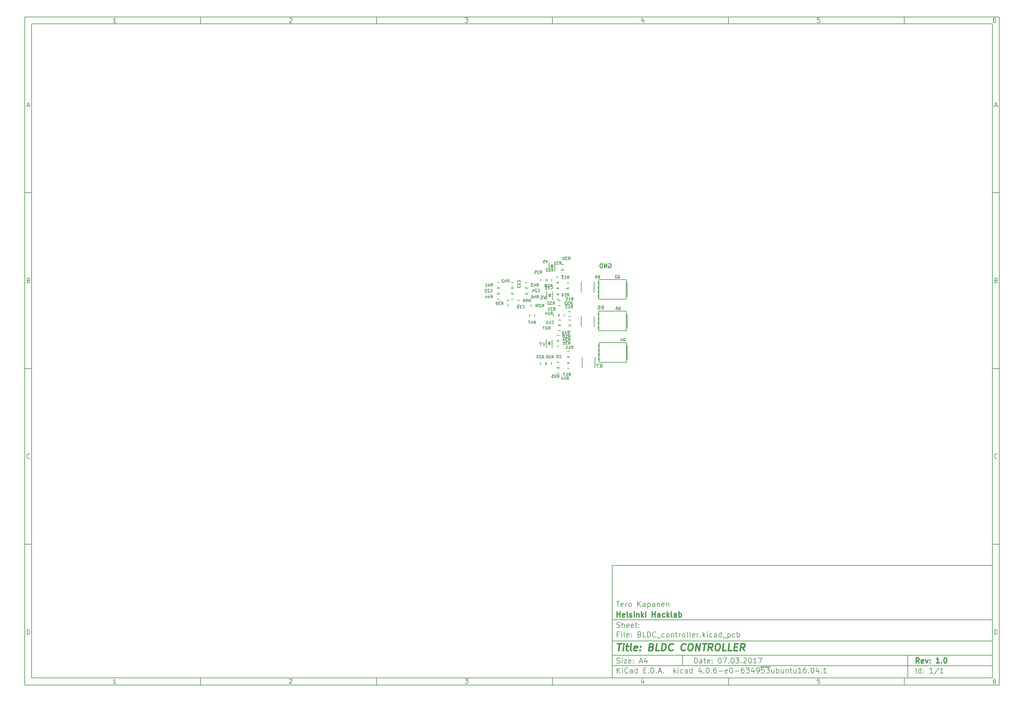
<source format=gbr>
G04 #@! TF.FileFunction,Legend,Bot*
%FSLAX46Y46*%
G04 Gerber Fmt 4.6, Leading zero omitted, Abs format (unit mm)*
G04 Created by KiCad (PCBNEW 4.0.6-e0-6349~53~ubuntu16.04.1) date Tue Mar  7 23:33:07 2017*
%MOMM*%
%LPD*%
G01*
G04 APERTURE LIST*
%ADD10C,0.100000*%
%ADD11C,0.150000*%
%ADD12C,0.300000*%
%ADD13C,0.400000*%
%ADD14C,0.250000*%
G04 APERTURE END LIST*
D10*
D11*
X177002200Y-166007200D02*
X177002200Y-198007200D01*
X285002200Y-198007200D01*
X285002200Y-166007200D01*
X177002200Y-166007200D01*
D10*
D11*
X10000000Y-10000000D02*
X10000000Y-200007200D01*
X287002200Y-200007200D01*
X287002200Y-10000000D01*
X10000000Y-10000000D01*
D10*
D11*
X12000000Y-12000000D02*
X12000000Y-198007200D01*
X285002200Y-198007200D01*
X285002200Y-12000000D01*
X12000000Y-12000000D01*
D10*
D11*
X60000000Y-12000000D02*
X60000000Y-10000000D01*
D10*
D11*
X110000000Y-12000000D02*
X110000000Y-10000000D01*
D10*
D11*
X160000000Y-12000000D02*
X160000000Y-10000000D01*
D10*
D11*
X210000000Y-12000000D02*
X210000000Y-10000000D01*
D10*
D11*
X260000000Y-12000000D02*
X260000000Y-10000000D01*
D10*
D11*
X35990476Y-11588095D02*
X35247619Y-11588095D01*
X35619048Y-11588095D02*
X35619048Y-10288095D01*
X35495238Y-10473810D01*
X35371429Y-10597619D01*
X35247619Y-10659524D01*
D10*
D11*
X85247619Y-10411905D02*
X85309524Y-10350000D01*
X85433333Y-10288095D01*
X85742857Y-10288095D01*
X85866667Y-10350000D01*
X85928571Y-10411905D01*
X85990476Y-10535714D01*
X85990476Y-10659524D01*
X85928571Y-10845238D01*
X85185714Y-11588095D01*
X85990476Y-11588095D01*
D10*
D11*
X135185714Y-10288095D02*
X135990476Y-10288095D01*
X135557143Y-10783333D01*
X135742857Y-10783333D01*
X135866667Y-10845238D01*
X135928571Y-10907143D01*
X135990476Y-11030952D01*
X135990476Y-11340476D01*
X135928571Y-11464286D01*
X135866667Y-11526190D01*
X135742857Y-11588095D01*
X135371429Y-11588095D01*
X135247619Y-11526190D01*
X135185714Y-11464286D01*
D10*
D11*
X185866667Y-10721429D02*
X185866667Y-11588095D01*
X185557143Y-10226190D02*
X185247619Y-11154762D01*
X186052381Y-11154762D01*
D10*
D11*
X235928571Y-10288095D02*
X235309524Y-10288095D01*
X235247619Y-10907143D01*
X235309524Y-10845238D01*
X235433333Y-10783333D01*
X235742857Y-10783333D01*
X235866667Y-10845238D01*
X235928571Y-10907143D01*
X235990476Y-11030952D01*
X235990476Y-11340476D01*
X235928571Y-11464286D01*
X235866667Y-11526190D01*
X235742857Y-11588095D01*
X235433333Y-11588095D01*
X235309524Y-11526190D01*
X235247619Y-11464286D01*
D10*
D11*
X285866667Y-10288095D02*
X285619048Y-10288095D01*
X285495238Y-10350000D01*
X285433333Y-10411905D01*
X285309524Y-10597619D01*
X285247619Y-10845238D01*
X285247619Y-11340476D01*
X285309524Y-11464286D01*
X285371429Y-11526190D01*
X285495238Y-11588095D01*
X285742857Y-11588095D01*
X285866667Y-11526190D01*
X285928571Y-11464286D01*
X285990476Y-11340476D01*
X285990476Y-11030952D01*
X285928571Y-10907143D01*
X285866667Y-10845238D01*
X285742857Y-10783333D01*
X285495238Y-10783333D01*
X285371429Y-10845238D01*
X285309524Y-10907143D01*
X285247619Y-11030952D01*
D10*
D11*
X60000000Y-198007200D02*
X60000000Y-200007200D01*
D10*
D11*
X110000000Y-198007200D02*
X110000000Y-200007200D01*
D10*
D11*
X160000000Y-198007200D02*
X160000000Y-200007200D01*
D10*
D11*
X210000000Y-198007200D02*
X210000000Y-200007200D01*
D10*
D11*
X260000000Y-198007200D02*
X260000000Y-200007200D01*
D10*
D11*
X35990476Y-199595295D02*
X35247619Y-199595295D01*
X35619048Y-199595295D02*
X35619048Y-198295295D01*
X35495238Y-198481010D01*
X35371429Y-198604819D01*
X35247619Y-198666724D01*
D10*
D11*
X85247619Y-198419105D02*
X85309524Y-198357200D01*
X85433333Y-198295295D01*
X85742857Y-198295295D01*
X85866667Y-198357200D01*
X85928571Y-198419105D01*
X85990476Y-198542914D01*
X85990476Y-198666724D01*
X85928571Y-198852438D01*
X85185714Y-199595295D01*
X85990476Y-199595295D01*
D10*
D11*
X135185714Y-198295295D02*
X135990476Y-198295295D01*
X135557143Y-198790533D01*
X135742857Y-198790533D01*
X135866667Y-198852438D01*
X135928571Y-198914343D01*
X135990476Y-199038152D01*
X135990476Y-199347676D01*
X135928571Y-199471486D01*
X135866667Y-199533390D01*
X135742857Y-199595295D01*
X135371429Y-199595295D01*
X135247619Y-199533390D01*
X135185714Y-199471486D01*
D10*
D11*
X185866667Y-198728629D02*
X185866667Y-199595295D01*
X185557143Y-198233390D02*
X185247619Y-199161962D01*
X186052381Y-199161962D01*
D10*
D11*
X235928571Y-198295295D02*
X235309524Y-198295295D01*
X235247619Y-198914343D01*
X235309524Y-198852438D01*
X235433333Y-198790533D01*
X235742857Y-198790533D01*
X235866667Y-198852438D01*
X235928571Y-198914343D01*
X235990476Y-199038152D01*
X235990476Y-199347676D01*
X235928571Y-199471486D01*
X235866667Y-199533390D01*
X235742857Y-199595295D01*
X235433333Y-199595295D01*
X235309524Y-199533390D01*
X235247619Y-199471486D01*
D10*
D11*
X285866667Y-198295295D02*
X285619048Y-198295295D01*
X285495238Y-198357200D01*
X285433333Y-198419105D01*
X285309524Y-198604819D01*
X285247619Y-198852438D01*
X285247619Y-199347676D01*
X285309524Y-199471486D01*
X285371429Y-199533390D01*
X285495238Y-199595295D01*
X285742857Y-199595295D01*
X285866667Y-199533390D01*
X285928571Y-199471486D01*
X285990476Y-199347676D01*
X285990476Y-199038152D01*
X285928571Y-198914343D01*
X285866667Y-198852438D01*
X285742857Y-198790533D01*
X285495238Y-198790533D01*
X285371429Y-198852438D01*
X285309524Y-198914343D01*
X285247619Y-199038152D01*
D10*
D11*
X10000000Y-60000000D02*
X12000000Y-60000000D01*
D10*
D11*
X10000000Y-110000000D02*
X12000000Y-110000000D01*
D10*
D11*
X10000000Y-160000000D02*
X12000000Y-160000000D01*
D10*
D11*
X10690476Y-35216667D02*
X11309524Y-35216667D01*
X10566667Y-35588095D02*
X11000000Y-34288095D01*
X11433333Y-35588095D01*
D10*
D11*
X11092857Y-84907143D02*
X11278571Y-84969048D01*
X11340476Y-85030952D01*
X11402381Y-85154762D01*
X11402381Y-85340476D01*
X11340476Y-85464286D01*
X11278571Y-85526190D01*
X11154762Y-85588095D01*
X10659524Y-85588095D01*
X10659524Y-84288095D01*
X11092857Y-84288095D01*
X11216667Y-84350000D01*
X11278571Y-84411905D01*
X11340476Y-84535714D01*
X11340476Y-84659524D01*
X11278571Y-84783333D01*
X11216667Y-84845238D01*
X11092857Y-84907143D01*
X10659524Y-84907143D01*
D10*
D11*
X11402381Y-135464286D02*
X11340476Y-135526190D01*
X11154762Y-135588095D01*
X11030952Y-135588095D01*
X10845238Y-135526190D01*
X10721429Y-135402381D01*
X10659524Y-135278571D01*
X10597619Y-135030952D01*
X10597619Y-134845238D01*
X10659524Y-134597619D01*
X10721429Y-134473810D01*
X10845238Y-134350000D01*
X11030952Y-134288095D01*
X11154762Y-134288095D01*
X11340476Y-134350000D01*
X11402381Y-134411905D01*
D10*
D11*
X10659524Y-185588095D02*
X10659524Y-184288095D01*
X10969048Y-184288095D01*
X11154762Y-184350000D01*
X11278571Y-184473810D01*
X11340476Y-184597619D01*
X11402381Y-184845238D01*
X11402381Y-185030952D01*
X11340476Y-185278571D01*
X11278571Y-185402381D01*
X11154762Y-185526190D01*
X10969048Y-185588095D01*
X10659524Y-185588095D01*
D10*
D11*
X287002200Y-60000000D02*
X285002200Y-60000000D01*
D10*
D11*
X287002200Y-110000000D02*
X285002200Y-110000000D01*
D10*
D11*
X287002200Y-160000000D02*
X285002200Y-160000000D01*
D10*
D11*
X285692676Y-35216667D02*
X286311724Y-35216667D01*
X285568867Y-35588095D02*
X286002200Y-34288095D01*
X286435533Y-35588095D01*
D10*
D11*
X286095057Y-84907143D02*
X286280771Y-84969048D01*
X286342676Y-85030952D01*
X286404581Y-85154762D01*
X286404581Y-85340476D01*
X286342676Y-85464286D01*
X286280771Y-85526190D01*
X286156962Y-85588095D01*
X285661724Y-85588095D01*
X285661724Y-84288095D01*
X286095057Y-84288095D01*
X286218867Y-84350000D01*
X286280771Y-84411905D01*
X286342676Y-84535714D01*
X286342676Y-84659524D01*
X286280771Y-84783333D01*
X286218867Y-84845238D01*
X286095057Y-84907143D01*
X285661724Y-84907143D01*
D10*
D11*
X286404581Y-135464286D02*
X286342676Y-135526190D01*
X286156962Y-135588095D01*
X286033152Y-135588095D01*
X285847438Y-135526190D01*
X285723629Y-135402381D01*
X285661724Y-135278571D01*
X285599819Y-135030952D01*
X285599819Y-134845238D01*
X285661724Y-134597619D01*
X285723629Y-134473810D01*
X285847438Y-134350000D01*
X286033152Y-134288095D01*
X286156962Y-134288095D01*
X286342676Y-134350000D01*
X286404581Y-134411905D01*
D10*
D11*
X285661724Y-185588095D02*
X285661724Y-184288095D01*
X285971248Y-184288095D01*
X286156962Y-184350000D01*
X286280771Y-184473810D01*
X286342676Y-184597619D01*
X286404581Y-184845238D01*
X286404581Y-185030952D01*
X286342676Y-185278571D01*
X286280771Y-185402381D01*
X286156962Y-185526190D01*
X285971248Y-185588095D01*
X285661724Y-185588095D01*
D10*
D11*
X200359343Y-193785771D02*
X200359343Y-192285771D01*
X200716486Y-192285771D01*
X200930771Y-192357200D01*
X201073629Y-192500057D01*
X201145057Y-192642914D01*
X201216486Y-192928629D01*
X201216486Y-193142914D01*
X201145057Y-193428629D01*
X201073629Y-193571486D01*
X200930771Y-193714343D01*
X200716486Y-193785771D01*
X200359343Y-193785771D01*
X202502200Y-193785771D02*
X202502200Y-193000057D01*
X202430771Y-192857200D01*
X202287914Y-192785771D01*
X202002200Y-192785771D01*
X201859343Y-192857200D01*
X202502200Y-193714343D02*
X202359343Y-193785771D01*
X202002200Y-193785771D01*
X201859343Y-193714343D01*
X201787914Y-193571486D01*
X201787914Y-193428629D01*
X201859343Y-193285771D01*
X202002200Y-193214343D01*
X202359343Y-193214343D01*
X202502200Y-193142914D01*
X203002200Y-192785771D02*
X203573629Y-192785771D01*
X203216486Y-192285771D02*
X203216486Y-193571486D01*
X203287914Y-193714343D01*
X203430772Y-193785771D01*
X203573629Y-193785771D01*
X204645057Y-193714343D02*
X204502200Y-193785771D01*
X204216486Y-193785771D01*
X204073629Y-193714343D01*
X204002200Y-193571486D01*
X204002200Y-193000057D01*
X204073629Y-192857200D01*
X204216486Y-192785771D01*
X204502200Y-192785771D01*
X204645057Y-192857200D01*
X204716486Y-193000057D01*
X204716486Y-193142914D01*
X204002200Y-193285771D01*
X205359343Y-193642914D02*
X205430771Y-193714343D01*
X205359343Y-193785771D01*
X205287914Y-193714343D01*
X205359343Y-193642914D01*
X205359343Y-193785771D01*
X205359343Y-192857200D02*
X205430771Y-192928629D01*
X205359343Y-193000057D01*
X205287914Y-192928629D01*
X205359343Y-192857200D01*
X205359343Y-193000057D01*
X207502200Y-192285771D02*
X207645057Y-192285771D01*
X207787914Y-192357200D01*
X207859343Y-192428629D01*
X207930772Y-192571486D01*
X208002200Y-192857200D01*
X208002200Y-193214343D01*
X207930772Y-193500057D01*
X207859343Y-193642914D01*
X207787914Y-193714343D01*
X207645057Y-193785771D01*
X207502200Y-193785771D01*
X207359343Y-193714343D01*
X207287914Y-193642914D01*
X207216486Y-193500057D01*
X207145057Y-193214343D01*
X207145057Y-192857200D01*
X207216486Y-192571486D01*
X207287914Y-192428629D01*
X207359343Y-192357200D01*
X207502200Y-192285771D01*
X208502200Y-192285771D02*
X209502200Y-192285771D01*
X208859343Y-193785771D01*
X210073628Y-193642914D02*
X210145056Y-193714343D01*
X210073628Y-193785771D01*
X210002199Y-193714343D01*
X210073628Y-193642914D01*
X210073628Y-193785771D01*
X211073628Y-192285771D02*
X211216485Y-192285771D01*
X211359342Y-192357200D01*
X211430771Y-192428629D01*
X211502200Y-192571486D01*
X211573628Y-192857200D01*
X211573628Y-193214343D01*
X211502200Y-193500057D01*
X211430771Y-193642914D01*
X211359342Y-193714343D01*
X211216485Y-193785771D01*
X211073628Y-193785771D01*
X210930771Y-193714343D01*
X210859342Y-193642914D01*
X210787914Y-193500057D01*
X210716485Y-193214343D01*
X210716485Y-192857200D01*
X210787914Y-192571486D01*
X210859342Y-192428629D01*
X210930771Y-192357200D01*
X211073628Y-192285771D01*
X212073628Y-192285771D02*
X213002199Y-192285771D01*
X212502199Y-192857200D01*
X212716485Y-192857200D01*
X212859342Y-192928629D01*
X212930771Y-193000057D01*
X213002199Y-193142914D01*
X213002199Y-193500057D01*
X212930771Y-193642914D01*
X212859342Y-193714343D01*
X212716485Y-193785771D01*
X212287913Y-193785771D01*
X212145056Y-193714343D01*
X212073628Y-193642914D01*
X213645056Y-193642914D02*
X213716484Y-193714343D01*
X213645056Y-193785771D01*
X213573627Y-193714343D01*
X213645056Y-193642914D01*
X213645056Y-193785771D01*
X214287913Y-192428629D02*
X214359342Y-192357200D01*
X214502199Y-192285771D01*
X214859342Y-192285771D01*
X215002199Y-192357200D01*
X215073628Y-192428629D01*
X215145056Y-192571486D01*
X215145056Y-192714343D01*
X215073628Y-192928629D01*
X214216485Y-193785771D01*
X215145056Y-193785771D01*
X216073627Y-192285771D02*
X216216484Y-192285771D01*
X216359341Y-192357200D01*
X216430770Y-192428629D01*
X216502199Y-192571486D01*
X216573627Y-192857200D01*
X216573627Y-193214343D01*
X216502199Y-193500057D01*
X216430770Y-193642914D01*
X216359341Y-193714343D01*
X216216484Y-193785771D01*
X216073627Y-193785771D01*
X215930770Y-193714343D01*
X215859341Y-193642914D01*
X215787913Y-193500057D01*
X215716484Y-193214343D01*
X215716484Y-192857200D01*
X215787913Y-192571486D01*
X215859341Y-192428629D01*
X215930770Y-192357200D01*
X216073627Y-192285771D01*
X218002198Y-193785771D02*
X217145055Y-193785771D01*
X217573627Y-193785771D02*
X217573627Y-192285771D01*
X217430770Y-192500057D01*
X217287912Y-192642914D01*
X217145055Y-192714343D01*
X218502198Y-192285771D02*
X219502198Y-192285771D01*
X218859341Y-193785771D01*
D10*
D11*
X177002200Y-194507200D02*
X285002200Y-194507200D01*
D10*
D11*
X178359343Y-196585771D02*
X178359343Y-195085771D01*
X179216486Y-196585771D02*
X178573629Y-195728629D01*
X179216486Y-195085771D02*
X178359343Y-195942914D01*
X179859343Y-196585771D02*
X179859343Y-195585771D01*
X179859343Y-195085771D02*
X179787914Y-195157200D01*
X179859343Y-195228629D01*
X179930771Y-195157200D01*
X179859343Y-195085771D01*
X179859343Y-195228629D01*
X181430772Y-196442914D02*
X181359343Y-196514343D01*
X181145057Y-196585771D01*
X181002200Y-196585771D01*
X180787915Y-196514343D01*
X180645057Y-196371486D01*
X180573629Y-196228629D01*
X180502200Y-195942914D01*
X180502200Y-195728629D01*
X180573629Y-195442914D01*
X180645057Y-195300057D01*
X180787915Y-195157200D01*
X181002200Y-195085771D01*
X181145057Y-195085771D01*
X181359343Y-195157200D01*
X181430772Y-195228629D01*
X182716486Y-196585771D02*
X182716486Y-195800057D01*
X182645057Y-195657200D01*
X182502200Y-195585771D01*
X182216486Y-195585771D01*
X182073629Y-195657200D01*
X182716486Y-196514343D02*
X182573629Y-196585771D01*
X182216486Y-196585771D01*
X182073629Y-196514343D01*
X182002200Y-196371486D01*
X182002200Y-196228629D01*
X182073629Y-196085771D01*
X182216486Y-196014343D01*
X182573629Y-196014343D01*
X182716486Y-195942914D01*
X184073629Y-196585771D02*
X184073629Y-195085771D01*
X184073629Y-196514343D02*
X183930772Y-196585771D01*
X183645058Y-196585771D01*
X183502200Y-196514343D01*
X183430772Y-196442914D01*
X183359343Y-196300057D01*
X183359343Y-195871486D01*
X183430772Y-195728629D01*
X183502200Y-195657200D01*
X183645058Y-195585771D01*
X183930772Y-195585771D01*
X184073629Y-195657200D01*
X185930772Y-195800057D02*
X186430772Y-195800057D01*
X186645058Y-196585771D02*
X185930772Y-196585771D01*
X185930772Y-195085771D01*
X186645058Y-195085771D01*
X187287915Y-196442914D02*
X187359343Y-196514343D01*
X187287915Y-196585771D01*
X187216486Y-196514343D01*
X187287915Y-196442914D01*
X187287915Y-196585771D01*
X188002201Y-196585771D02*
X188002201Y-195085771D01*
X188359344Y-195085771D01*
X188573629Y-195157200D01*
X188716487Y-195300057D01*
X188787915Y-195442914D01*
X188859344Y-195728629D01*
X188859344Y-195942914D01*
X188787915Y-196228629D01*
X188716487Y-196371486D01*
X188573629Y-196514343D01*
X188359344Y-196585771D01*
X188002201Y-196585771D01*
X189502201Y-196442914D02*
X189573629Y-196514343D01*
X189502201Y-196585771D01*
X189430772Y-196514343D01*
X189502201Y-196442914D01*
X189502201Y-196585771D01*
X190145058Y-196157200D02*
X190859344Y-196157200D01*
X190002201Y-196585771D02*
X190502201Y-195085771D01*
X191002201Y-196585771D01*
X191502201Y-196442914D02*
X191573629Y-196514343D01*
X191502201Y-196585771D01*
X191430772Y-196514343D01*
X191502201Y-196442914D01*
X191502201Y-196585771D01*
X194502201Y-196585771D02*
X194502201Y-195085771D01*
X194645058Y-196014343D02*
X195073629Y-196585771D01*
X195073629Y-195585771D02*
X194502201Y-196157200D01*
X195716487Y-196585771D02*
X195716487Y-195585771D01*
X195716487Y-195085771D02*
X195645058Y-195157200D01*
X195716487Y-195228629D01*
X195787915Y-195157200D01*
X195716487Y-195085771D01*
X195716487Y-195228629D01*
X197073630Y-196514343D02*
X196930773Y-196585771D01*
X196645059Y-196585771D01*
X196502201Y-196514343D01*
X196430773Y-196442914D01*
X196359344Y-196300057D01*
X196359344Y-195871486D01*
X196430773Y-195728629D01*
X196502201Y-195657200D01*
X196645059Y-195585771D01*
X196930773Y-195585771D01*
X197073630Y-195657200D01*
X198359344Y-196585771D02*
X198359344Y-195800057D01*
X198287915Y-195657200D01*
X198145058Y-195585771D01*
X197859344Y-195585771D01*
X197716487Y-195657200D01*
X198359344Y-196514343D02*
X198216487Y-196585771D01*
X197859344Y-196585771D01*
X197716487Y-196514343D01*
X197645058Y-196371486D01*
X197645058Y-196228629D01*
X197716487Y-196085771D01*
X197859344Y-196014343D01*
X198216487Y-196014343D01*
X198359344Y-195942914D01*
X199716487Y-196585771D02*
X199716487Y-195085771D01*
X199716487Y-196514343D02*
X199573630Y-196585771D01*
X199287916Y-196585771D01*
X199145058Y-196514343D01*
X199073630Y-196442914D01*
X199002201Y-196300057D01*
X199002201Y-195871486D01*
X199073630Y-195728629D01*
X199145058Y-195657200D01*
X199287916Y-195585771D01*
X199573630Y-195585771D01*
X199716487Y-195657200D01*
X202216487Y-195585771D02*
X202216487Y-196585771D01*
X201859344Y-195014343D02*
X201502201Y-196085771D01*
X202430773Y-196085771D01*
X203002201Y-196442914D02*
X203073629Y-196514343D01*
X203002201Y-196585771D01*
X202930772Y-196514343D01*
X203002201Y-196442914D01*
X203002201Y-196585771D01*
X204002201Y-195085771D02*
X204145058Y-195085771D01*
X204287915Y-195157200D01*
X204359344Y-195228629D01*
X204430773Y-195371486D01*
X204502201Y-195657200D01*
X204502201Y-196014343D01*
X204430773Y-196300057D01*
X204359344Y-196442914D01*
X204287915Y-196514343D01*
X204145058Y-196585771D01*
X204002201Y-196585771D01*
X203859344Y-196514343D01*
X203787915Y-196442914D01*
X203716487Y-196300057D01*
X203645058Y-196014343D01*
X203645058Y-195657200D01*
X203716487Y-195371486D01*
X203787915Y-195228629D01*
X203859344Y-195157200D01*
X204002201Y-195085771D01*
X205145058Y-196442914D02*
X205216486Y-196514343D01*
X205145058Y-196585771D01*
X205073629Y-196514343D01*
X205145058Y-196442914D01*
X205145058Y-196585771D01*
X206502201Y-195085771D02*
X206216487Y-195085771D01*
X206073630Y-195157200D01*
X206002201Y-195228629D01*
X205859344Y-195442914D01*
X205787915Y-195728629D01*
X205787915Y-196300057D01*
X205859344Y-196442914D01*
X205930772Y-196514343D01*
X206073630Y-196585771D01*
X206359344Y-196585771D01*
X206502201Y-196514343D01*
X206573630Y-196442914D01*
X206645058Y-196300057D01*
X206645058Y-195942914D01*
X206573630Y-195800057D01*
X206502201Y-195728629D01*
X206359344Y-195657200D01*
X206073630Y-195657200D01*
X205930772Y-195728629D01*
X205859344Y-195800057D01*
X205787915Y-195942914D01*
X207287915Y-196014343D02*
X208430772Y-196014343D01*
X209716486Y-196514343D02*
X209573629Y-196585771D01*
X209287915Y-196585771D01*
X209145058Y-196514343D01*
X209073629Y-196371486D01*
X209073629Y-195800057D01*
X209145058Y-195657200D01*
X209287915Y-195585771D01*
X209573629Y-195585771D01*
X209716486Y-195657200D01*
X209787915Y-195800057D01*
X209787915Y-195942914D01*
X209073629Y-196085771D01*
X210716486Y-195085771D02*
X210859343Y-195085771D01*
X211002200Y-195157200D01*
X211073629Y-195228629D01*
X211145058Y-195371486D01*
X211216486Y-195657200D01*
X211216486Y-196014343D01*
X211145058Y-196300057D01*
X211073629Y-196442914D01*
X211002200Y-196514343D01*
X210859343Y-196585771D01*
X210716486Y-196585771D01*
X210573629Y-196514343D01*
X210502200Y-196442914D01*
X210430772Y-196300057D01*
X210359343Y-196014343D01*
X210359343Y-195657200D01*
X210430772Y-195371486D01*
X210502200Y-195228629D01*
X210573629Y-195157200D01*
X210716486Y-195085771D01*
X211859343Y-196014343D02*
X213002200Y-196014343D01*
X214359343Y-195085771D02*
X214073629Y-195085771D01*
X213930772Y-195157200D01*
X213859343Y-195228629D01*
X213716486Y-195442914D01*
X213645057Y-195728629D01*
X213645057Y-196300057D01*
X213716486Y-196442914D01*
X213787914Y-196514343D01*
X213930772Y-196585771D01*
X214216486Y-196585771D01*
X214359343Y-196514343D01*
X214430772Y-196442914D01*
X214502200Y-196300057D01*
X214502200Y-195942914D01*
X214430772Y-195800057D01*
X214359343Y-195728629D01*
X214216486Y-195657200D01*
X213930772Y-195657200D01*
X213787914Y-195728629D01*
X213716486Y-195800057D01*
X213645057Y-195942914D01*
X215002200Y-195085771D02*
X215930771Y-195085771D01*
X215430771Y-195657200D01*
X215645057Y-195657200D01*
X215787914Y-195728629D01*
X215859343Y-195800057D01*
X215930771Y-195942914D01*
X215930771Y-196300057D01*
X215859343Y-196442914D01*
X215787914Y-196514343D01*
X215645057Y-196585771D01*
X215216485Y-196585771D01*
X215073628Y-196514343D01*
X215002200Y-196442914D01*
X217216485Y-195585771D02*
X217216485Y-196585771D01*
X216859342Y-195014343D02*
X216502199Y-196085771D01*
X217430771Y-196085771D01*
X218073627Y-196585771D02*
X218359342Y-196585771D01*
X218502199Y-196514343D01*
X218573627Y-196442914D01*
X218716485Y-196228629D01*
X218787913Y-195942914D01*
X218787913Y-195371486D01*
X218716485Y-195228629D01*
X218645056Y-195157200D01*
X218502199Y-195085771D01*
X218216485Y-195085771D01*
X218073627Y-195157200D01*
X218002199Y-195228629D01*
X217930770Y-195371486D01*
X217930770Y-195728629D01*
X218002199Y-195871486D01*
X218073627Y-195942914D01*
X218216485Y-196014343D01*
X218502199Y-196014343D01*
X218645056Y-195942914D01*
X218716485Y-195871486D01*
X218787913Y-195728629D01*
X220145056Y-195085771D02*
X219430770Y-195085771D01*
X219359341Y-195800057D01*
X219430770Y-195728629D01*
X219573627Y-195657200D01*
X219930770Y-195657200D01*
X220073627Y-195728629D01*
X220145056Y-195800057D01*
X220216484Y-195942914D01*
X220216484Y-196300057D01*
X220145056Y-196442914D01*
X220073627Y-196514343D01*
X219930770Y-196585771D01*
X219573627Y-196585771D01*
X219430770Y-196514343D01*
X219359341Y-196442914D01*
X220716484Y-195085771D02*
X221645055Y-195085771D01*
X221145055Y-195657200D01*
X221359341Y-195657200D01*
X221502198Y-195728629D01*
X221573627Y-195800057D01*
X221645055Y-195942914D01*
X221645055Y-196300057D01*
X221573627Y-196442914D01*
X221502198Y-196514343D01*
X221359341Y-196585771D01*
X220930769Y-196585771D01*
X220787912Y-196514343D01*
X220716484Y-196442914D01*
X219073627Y-194827200D02*
X221930769Y-194827200D01*
X222930769Y-195585771D02*
X222930769Y-196585771D01*
X222287912Y-195585771D02*
X222287912Y-196371486D01*
X222359340Y-196514343D01*
X222502198Y-196585771D01*
X222716483Y-196585771D01*
X222859340Y-196514343D01*
X222930769Y-196442914D01*
X223645055Y-196585771D02*
X223645055Y-195085771D01*
X223645055Y-195657200D02*
X223787912Y-195585771D01*
X224073626Y-195585771D01*
X224216483Y-195657200D01*
X224287912Y-195728629D01*
X224359341Y-195871486D01*
X224359341Y-196300057D01*
X224287912Y-196442914D01*
X224216483Y-196514343D01*
X224073626Y-196585771D01*
X223787912Y-196585771D01*
X223645055Y-196514343D01*
X225645055Y-195585771D02*
X225645055Y-196585771D01*
X225002198Y-195585771D02*
X225002198Y-196371486D01*
X225073626Y-196514343D01*
X225216484Y-196585771D01*
X225430769Y-196585771D01*
X225573626Y-196514343D01*
X225645055Y-196442914D01*
X226359341Y-195585771D02*
X226359341Y-196585771D01*
X226359341Y-195728629D02*
X226430769Y-195657200D01*
X226573627Y-195585771D01*
X226787912Y-195585771D01*
X226930769Y-195657200D01*
X227002198Y-195800057D01*
X227002198Y-196585771D01*
X227502198Y-195585771D02*
X228073627Y-195585771D01*
X227716484Y-195085771D02*
X227716484Y-196371486D01*
X227787912Y-196514343D01*
X227930770Y-196585771D01*
X228073627Y-196585771D01*
X229216484Y-195585771D02*
X229216484Y-196585771D01*
X228573627Y-195585771D02*
X228573627Y-196371486D01*
X228645055Y-196514343D01*
X228787913Y-196585771D01*
X229002198Y-196585771D01*
X229145055Y-196514343D01*
X229216484Y-196442914D01*
X230716484Y-196585771D02*
X229859341Y-196585771D01*
X230287913Y-196585771D02*
X230287913Y-195085771D01*
X230145056Y-195300057D01*
X230002198Y-195442914D01*
X229859341Y-195514343D01*
X232002198Y-195085771D02*
X231716484Y-195085771D01*
X231573627Y-195157200D01*
X231502198Y-195228629D01*
X231359341Y-195442914D01*
X231287912Y-195728629D01*
X231287912Y-196300057D01*
X231359341Y-196442914D01*
X231430769Y-196514343D01*
X231573627Y-196585771D01*
X231859341Y-196585771D01*
X232002198Y-196514343D01*
X232073627Y-196442914D01*
X232145055Y-196300057D01*
X232145055Y-195942914D01*
X232073627Y-195800057D01*
X232002198Y-195728629D01*
X231859341Y-195657200D01*
X231573627Y-195657200D01*
X231430769Y-195728629D01*
X231359341Y-195800057D01*
X231287912Y-195942914D01*
X232787912Y-196442914D02*
X232859340Y-196514343D01*
X232787912Y-196585771D01*
X232716483Y-196514343D01*
X232787912Y-196442914D01*
X232787912Y-196585771D01*
X233787912Y-195085771D02*
X233930769Y-195085771D01*
X234073626Y-195157200D01*
X234145055Y-195228629D01*
X234216484Y-195371486D01*
X234287912Y-195657200D01*
X234287912Y-196014343D01*
X234216484Y-196300057D01*
X234145055Y-196442914D01*
X234073626Y-196514343D01*
X233930769Y-196585771D01*
X233787912Y-196585771D01*
X233645055Y-196514343D01*
X233573626Y-196442914D01*
X233502198Y-196300057D01*
X233430769Y-196014343D01*
X233430769Y-195657200D01*
X233502198Y-195371486D01*
X233573626Y-195228629D01*
X233645055Y-195157200D01*
X233787912Y-195085771D01*
X235573626Y-195585771D02*
X235573626Y-196585771D01*
X235216483Y-195014343D02*
X234859340Y-196085771D01*
X235787912Y-196085771D01*
X236359340Y-196442914D02*
X236430768Y-196514343D01*
X236359340Y-196585771D01*
X236287911Y-196514343D01*
X236359340Y-196442914D01*
X236359340Y-196585771D01*
X237859340Y-196585771D02*
X237002197Y-196585771D01*
X237430769Y-196585771D02*
X237430769Y-195085771D01*
X237287912Y-195300057D01*
X237145054Y-195442914D01*
X237002197Y-195514343D01*
D10*
D11*
X177002200Y-191507200D02*
X285002200Y-191507200D01*
D10*
D12*
X264216486Y-193785771D02*
X263716486Y-193071486D01*
X263359343Y-193785771D02*
X263359343Y-192285771D01*
X263930771Y-192285771D01*
X264073629Y-192357200D01*
X264145057Y-192428629D01*
X264216486Y-192571486D01*
X264216486Y-192785771D01*
X264145057Y-192928629D01*
X264073629Y-193000057D01*
X263930771Y-193071486D01*
X263359343Y-193071486D01*
X265430771Y-193714343D02*
X265287914Y-193785771D01*
X265002200Y-193785771D01*
X264859343Y-193714343D01*
X264787914Y-193571486D01*
X264787914Y-193000057D01*
X264859343Y-192857200D01*
X265002200Y-192785771D01*
X265287914Y-192785771D01*
X265430771Y-192857200D01*
X265502200Y-193000057D01*
X265502200Y-193142914D01*
X264787914Y-193285771D01*
X266002200Y-192785771D02*
X266359343Y-193785771D01*
X266716485Y-192785771D01*
X267287914Y-193642914D02*
X267359342Y-193714343D01*
X267287914Y-193785771D01*
X267216485Y-193714343D01*
X267287914Y-193642914D01*
X267287914Y-193785771D01*
X267287914Y-192857200D02*
X267359342Y-192928629D01*
X267287914Y-193000057D01*
X267216485Y-192928629D01*
X267287914Y-192857200D01*
X267287914Y-193000057D01*
X269930771Y-193785771D02*
X269073628Y-193785771D01*
X269502200Y-193785771D02*
X269502200Y-192285771D01*
X269359343Y-192500057D01*
X269216485Y-192642914D01*
X269073628Y-192714343D01*
X270573628Y-193642914D02*
X270645056Y-193714343D01*
X270573628Y-193785771D01*
X270502199Y-193714343D01*
X270573628Y-193642914D01*
X270573628Y-193785771D01*
X271573628Y-192285771D02*
X271716485Y-192285771D01*
X271859342Y-192357200D01*
X271930771Y-192428629D01*
X272002200Y-192571486D01*
X272073628Y-192857200D01*
X272073628Y-193214343D01*
X272002200Y-193500057D01*
X271930771Y-193642914D01*
X271859342Y-193714343D01*
X271716485Y-193785771D01*
X271573628Y-193785771D01*
X271430771Y-193714343D01*
X271359342Y-193642914D01*
X271287914Y-193500057D01*
X271216485Y-193214343D01*
X271216485Y-192857200D01*
X271287914Y-192571486D01*
X271359342Y-192428629D01*
X271430771Y-192357200D01*
X271573628Y-192285771D01*
D10*
D11*
X178287914Y-193714343D02*
X178502200Y-193785771D01*
X178859343Y-193785771D01*
X179002200Y-193714343D01*
X179073629Y-193642914D01*
X179145057Y-193500057D01*
X179145057Y-193357200D01*
X179073629Y-193214343D01*
X179002200Y-193142914D01*
X178859343Y-193071486D01*
X178573629Y-193000057D01*
X178430771Y-192928629D01*
X178359343Y-192857200D01*
X178287914Y-192714343D01*
X178287914Y-192571486D01*
X178359343Y-192428629D01*
X178430771Y-192357200D01*
X178573629Y-192285771D01*
X178930771Y-192285771D01*
X179145057Y-192357200D01*
X179787914Y-193785771D02*
X179787914Y-192785771D01*
X179787914Y-192285771D02*
X179716485Y-192357200D01*
X179787914Y-192428629D01*
X179859342Y-192357200D01*
X179787914Y-192285771D01*
X179787914Y-192428629D01*
X180359343Y-192785771D02*
X181145057Y-192785771D01*
X180359343Y-193785771D01*
X181145057Y-193785771D01*
X182287914Y-193714343D02*
X182145057Y-193785771D01*
X181859343Y-193785771D01*
X181716486Y-193714343D01*
X181645057Y-193571486D01*
X181645057Y-193000057D01*
X181716486Y-192857200D01*
X181859343Y-192785771D01*
X182145057Y-192785771D01*
X182287914Y-192857200D01*
X182359343Y-193000057D01*
X182359343Y-193142914D01*
X181645057Y-193285771D01*
X183002200Y-193642914D02*
X183073628Y-193714343D01*
X183002200Y-193785771D01*
X182930771Y-193714343D01*
X183002200Y-193642914D01*
X183002200Y-193785771D01*
X183002200Y-192857200D02*
X183073628Y-192928629D01*
X183002200Y-193000057D01*
X182930771Y-192928629D01*
X183002200Y-192857200D01*
X183002200Y-193000057D01*
X184787914Y-193357200D02*
X185502200Y-193357200D01*
X184645057Y-193785771D02*
X185145057Y-192285771D01*
X185645057Y-193785771D01*
X186787914Y-192785771D02*
X186787914Y-193785771D01*
X186430771Y-192214343D02*
X186073628Y-193285771D01*
X187002200Y-193285771D01*
D10*
D11*
X263359343Y-196585771D02*
X263359343Y-195085771D01*
X264716486Y-196585771D02*
X264716486Y-195085771D01*
X264716486Y-196514343D02*
X264573629Y-196585771D01*
X264287915Y-196585771D01*
X264145057Y-196514343D01*
X264073629Y-196442914D01*
X264002200Y-196300057D01*
X264002200Y-195871486D01*
X264073629Y-195728629D01*
X264145057Y-195657200D01*
X264287915Y-195585771D01*
X264573629Y-195585771D01*
X264716486Y-195657200D01*
X265430772Y-196442914D02*
X265502200Y-196514343D01*
X265430772Y-196585771D01*
X265359343Y-196514343D01*
X265430772Y-196442914D01*
X265430772Y-196585771D01*
X265430772Y-195657200D02*
X265502200Y-195728629D01*
X265430772Y-195800057D01*
X265359343Y-195728629D01*
X265430772Y-195657200D01*
X265430772Y-195800057D01*
X268073629Y-196585771D02*
X267216486Y-196585771D01*
X267645058Y-196585771D02*
X267645058Y-195085771D01*
X267502201Y-195300057D01*
X267359343Y-195442914D01*
X267216486Y-195514343D01*
X269787914Y-195014343D02*
X268502200Y-196942914D01*
X271073629Y-196585771D02*
X270216486Y-196585771D01*
X270645058Y-196585771D02*
X270645058Y-195085771D01*
X270502201Y-195300057D01*
X270359343Y-195442914D01*
X270216486Y-195514343D01*
D10*
D11*
X177002200Y-187507200D02*
X285002200Y-187507200D01*
D10*
D13*
X178454581Y-188211962D02*
X179597438Y-188211962D01*
X178776010Y-190211962D02*
X179026010Y-188211962D01*
X180014105Y-190211962D02*
X180180771Y-188878629D01*
X180264105Y-188211962D02*
X180156962Y-188307200D01*
X180240295Y-188402438D01*
X180347439Y-188307200D01*
X180264105Y-188211962D01*
X180240295Y-188402438D01*
X180847438Y-188878629D02*
X181609343Y-188878629D01*
X181216486Y-188211962D02*
X181002200Y-189926248D01*
X181073630Y-190116724D01*
X181252201Y-190211962D01*
X181442677Y-190211962D01*
X182395058Y-190211962D02*
X182216487Y-190116724D01*
X182145057Y-189926248D01*
X182359343Y-188211962D01*
X183930772Y-190116724D02*
X183728391Y-190211962D01*
X183347439Y-190211962D01*
X183168867Y-190116724D01*
X183097438Y-189926248D01*
X183192676Y-189164343D01*
X183311724Y-188973867D01*
X183514105Y-188878629D01*
X183895057Y-188878629D01*
X184073629Y-188973867D01*
X184145057Y-189164343D01*
X184121248Y-189354819D01*
X183145057Y-189545295D01*
X184895057Y-190021486D02*
X184978392Y-190116724D01*
X184871248Y-190211962D01*
X184787915Y-190116724D01*
X184895057Y-190021486D01*
X184871248Y-190211962D01*
X185026010Y-188973867D02*
X185109344Y-189069105D01*
X185002200Y-189164343D01*
X184918867Y-189069105D01*
X185026010Y-188973867D01*
X185002200Y-189164343D01*
X188145058Y-189164343D02*
X188418867Y-189259581D01*
X188502202Y-189354819D01*
X188573630Y-189545295D01*
X188537916Y-189831010D01*
X188418868Y-190021486D01*
X188311725Y-190116724D01*
X188109344Y-190211962D01*
X187347439Y-190211962D01*
X187597439Y-188211962D01*
X188264106Y-188211962D01*
X188442677Y-188307200D01*
X188526010Y-188402438D01*
X188597440Y-188592914D01*
X188573630Y-188783390D01*
X188454582Y-188973867D01*
X188347439Y-189069105D01*
X188145058Y-189164343D01*
X187478391Y-189164343D01*
X190299820Y-190211962D02*
X189347439Y-190211962D01*
X189597439Y-188211962D01*
X190966487Y-190211962D02*
X191216487Y-188211962D01*
X191692678Y-188211962D01*
X191966487Y-188307200D01*
X192133154Y-188497676D01*
X192204583Y-188688152D01*
X192252202Y-189069105D01*
X192216488Y-189354819D01*
X192073631Y-189735771D01*
X191954582Y-189926248D01*
X191740297Y-190116724D01*
X191442678Y-190211962D01*
X190966487Y-190211962D01*
X194133154Y-190021486D02*
X194026012Y-190116724D01*
X193728392Y-190211962D01*
X193537916Y-190211962D01*
X193264107Y-190116724D01*
X193097440Y-189926248D01*
X193026011Y-189735771D01*
X192978392Y-189354819D01*
X193014106Y-189069105D01*
X193156963Y-188688152D01*
X193276012Y-188497676D01*
X193490297Y-188307200D01*
X193787916Y-188211962D01*
X193978392Y-188211962D01*
X194252202Y-188307200D01*
X194335535Y-188402438D01*
X197656964Y-190021486D02*
X197549822Y-190116724D01*
X197252202Y-190211962D01*
X197061726Y-190211962D01*
X196787917Y-190116724D01*
X196621250Y-189926248D01*
X196549821Y-189735771D01*
X196502202Y-189354819D01*
X196537916Y-189069105D01*
X196680773Y-188688152D01*
X196799822Y-188497676D01*
X197014107Y-188307200D01*
X197311726Y-188211962D01*
X197502202Y-188211962D01*
X197776012Y-188307200D01*
X197859345Y-188402438D01*
X199121250Y-188211962D02*
X199502202Y-188211962D01*
X199680773Y-188307200D01*
X199847441Y-188497676D01*
X199895059Y-188878629D01*
X199811726Y-189545295D01*
X199668869Y-189926248D01*
X199454583Y-190116724D01*
X199252202Y-190211962D01*
X198871250Y-190211962D01*
X198692679Y-190116724D01*
X198526011Y-189926248D01*
X198478392Y-189545295D01*
X198561725Y-188878629D01*
X198704583Y-188497676D01*
X198918869Y-188307200D01*
X199121250Y-188211962D01*
X200585535Y-190211962D02*
X200835535Y-188211962D01*
X201728393Y-190211962D01*
X201978393Y-188211962D01*
X202645059Y-188211962D02*
X203787916Y-188211962D01*
X202966488Y-190211962D02*
X203216488Y-188211962D01*
X205347441Y-190211962D02*
X204799821Y-189259581D01*
X204204583Y-190211962D02*
X204454583Y-188211962D01*
X205216488Y-188211962D01*
X205395059Y-188307200D01*
X205478393Y-188402438D01*
X205549822Y-188592914D01*
X205514107Y-188878629D01*
X205395060Y-189069105D01*
X205287916Y-189164343D01*
X205085535Y-189259581D01*
X204323630Y-189259581D01*
X206835536Y-188211962D02*
X207216488Y-188211962D01*
X207395059Y-188307200D01*
X207561727Y-188497676D01*
X207609345Y-188878629D01*
X207526012Y-189545295D01*
X207383155Y-189926248D01*
X207168869Y-190116724D01*
X206966488Y-190211962D01*
X206585536Y-190211962D01*
X206406965Y-190116724D01*
X206240297Y-189926248D01*
X206192678Y-189545295D01*
X206276011Y-188878629D01*
X206418869Y-188497676D01*
X206633155Y-188307200D01*
X206835536Y-188211962D01*
X209252202Y-190211962D02*
X208299821Y-190211962D01*
X208549821Y-188211962D01*
X210871250Y-190211962D02*
X209918869Y-190211962D01*
X210168869Y-188211962D01*
X211668869Y-189164343D02*
X212335536Y-189164343D01*
X212490298Y-190211962D02*
X211537917Y-190211962D01*
X211787917Y-188211962D01*
X212740298Y-188211962D01*
X214490299Y-190211962D02*
X213942679Y-189259581D01*
X213347441Y-190211962D02*
X213597441Y-188211962D01*
X214359346Y-188211962D01*
X214537917Y-188307200D01*
X214621251Y-188402438D01*
X214692680Y-188592914D01*
X214656965Y-188878629D01*
X214537918Y-189069105D01*
X214430774Y-189164343D01*
X214228393Y-189259581D01*
X213466488Y-189259581D01*
D10*
D11*
X178859343Y-185600057D02*
X178359343Y-185600057D01*
X178359343Y-186385771D02*
X178359343Y-184885771D01*
X179073629Y-184885771D01*
X179645057Y-186385771D02*
X179645057Y-185385771D01*
X179645057Y-184885771D02*
X179573628Y-184957200D01*
X179645057Y-185028629D01*
X179716485Y-184957200D01*
X179645057Y-184885771D01*
X179645057Y-185028629D01*
X180573629Y-186385771D02*
X180430771Y-186314343D01*
X180359343Y-186171486D01*
X180359343Y-184885771D01*
X181716485Y-186314343D02*
X181573628Y-186385771D01*
X181287914Y-186385771D01*
X181145057Y-186314343D01*
X181073628Y-186171486D01*
X181073628Y-185600057D01*
X181145057Y-185457200D01*
X181287914Y-185385771D01*
X181573628Y-185385771D01*
X181716485Y-185457200D01*
X181787914Y-185600057D01*
X181787914Y-185742914D01*
X181073628Y-185885771D01*
X182430771Y-186242914D02*
X182502199Y-186314343D01*
X182430771Y-186385771D01*
X182359342Y-186314343D01*
X182430771Y-186242914D01*
X182430771Y-186385771D01*
X182430771Y-185457200D02*
X182502199Y-185528629D01*
X182430771Y-185600057D01*
X182359342Y-185528629D01*
X182430771Y-185457200D01*
X182430771Y-185600057D01*
X184787914Y-185600057D02*
X185002200Y-185671486D01*
X185073628Y-185742914D01*
X185145057Y-185885771D01*
X185145057Y-186100057D01*
X185073628Y-186242914D01*
X185002200Y-186314343D01*
X184859342Y-186385771D01*
X184287914Y-186385771D01*
X184287914Y-184885771D01*
X184787914Y-184885771D01*
X184930771Y-184957200D01*
X185002200Y-185028629D01*
X185073628Y-185171486D01*
X185073628Y-185314343D01*
X185002200Y-185457200D01*
X184930771Y-185528629D01*
X184787914Y-185600057D01*
X184287914Y-185600057D01*
X186502200Y-186385771D02*
X185787914Y-186385771D01*
X185787914Y-184885771D01*
X187002200Y-186385771D02*
X187002200Y-184885771D01*
X187359343Y-184885771D01*
X187573628Y-184957200D01*
X187716486Y-185100057D01*
X187787914Y-185242914D01*
X187859343Y-185528629D01*
X187859343Y-185742914D01*
X187787914Y-186028629D01*
X187716486Y-186171486D01*
X187573628Y-186314343D01*
X187359343Y-186385771D01*
X187002200Y-186385771D01*
X189359343Y-186242914D02*
X189287914Y-186314343D01*
X189073628Y-186385771D01*
X188930771Y-186385771D01*
X188716486Y-186314343D01*
X188573628Y-186171486D01*
X188502200Y-186028629D01*
X188430771Y-185742914D01*
X188430771Y-185528629D01*
X188502200Y-185242914D01*
X188573628Y-185100057D01*
X188716486Y-184957200D01*
X188930771Y-184885771D01*
X189073628Y-184885771D01*
X189287914Y-184957200D01*
X189359343Y-185028629D01*
X189645057Y-186528629D02*
X190787914Y-186528629D01*
X191787914Y-186314343D02*
X191645057Y-186385771D01*
X191359343Y-186385771D01*
X191216485Y-186314343D01*
X191145057Y-186242914D01*
X191073628Y-186100057D01*
X191073628Y-185671486D01*
X191145057Y-185528629D01*
X191216485Y-185457200D01*
X191359343Y-185385771D01*
X191645057Y-185385771D01*
X191787914Y-185457200D01*
X192645057Y-186385771D02*
X192502199Y-186314343D01*
X192430771Y-186242914D01*
X192359342Y-186100057D01*
X192359342Y-185671486D01*
X192430771Y-185528629D01*
X192502199Y-185457200D01*
X192645057Y-185385771D01*
X192859342Y-185385771D01*
X193002199Y-185457200D01*
X193073628Y-185528629D01*
X193145057Y-185671486D01*
X193145057Y-186100057D01*
X193073628Y-186242914D01*
X193002199Y-186314343D01*
X192859342Y-186385771D01*
X192645057Y-186385771D01*
X193787914Y-185385771D02*
X193787914Y-186385771D01*
X193787914Y-185528629D02*
X193859342Y-185457200D01*
X194002200Y-185385771D01*
X194216485Y-185385771D01*
X194359342Y-185457200D01*
X194430771Y-185600057D01*
X194430771Y-186385771D01*
X194930771Y-185385771D02*
X195502200Y-185385771D01*
X195145057Y-184885771D02*
X195145057Y-186171486D01*
X195216485Y-186314343D01*
X195359343Y-186385771D01*
X195502200Y-186385771D01*
X196002200Y-186385771D02*
X196002200Y-185385771D01*
X196002200Y-185671486D02*
X196073628Y-185528629D01*
X196145057Y-185457200D01*
X196287914Y-185385771D01*
X196430771Y-185385771D01*
X197145057Y-186385771D02*
X197002199Y-186314343D01*
X196930771Y-186242914D01*
X196859342Y-186100057D01*
X196859342Y-185671486D01*
X196930771Y-185528629D01*
X197002199Y-185457200D01*
X197145057Y-185385771D01*
X197359342Y-185385771D01*
X197502199Y-185457200D01*
X197573628Y-185528629D01*
X197645057Y-185671486D01*
X197645057Y-186100057D01*
X197573628Y-186242914D01*
X197502199Y-186314343D01*
X197359342Y-186385771D01*
X197145057Y-186385771D01*
X198502200Y-186385771D02*
X198359342Y-186314343D01*
X198287914Y-186171486D01*
X198287914Y-184885771D01*
X199287914Y-186385771D02*
X199145056Y-186314343D01*
X199073628Y-186171486D01*
X199073628Y-184885771D01*
X200430770Y-186314343D02*
X200287913Y-186385771D01*
X200002199Y-186385771D01*
X199859342Y-186314343D01*
X199787913Y-186171486D01*
X199787913Y-185600057D01*
X199859342Y-185457200D01*
X200002199Y-185385771D01*
X200287913Y-185385771D01*
X200430770Y-185457200D01*
X200502199Y-185600057D01*
X200502199Y-185742914D01*
X199787913Y-185885771D01*
X201145056Y-186385771D02*
X201145056Y-185385771D01*
X201145056Y-185671486D02*
X201216484Y-185528629D01*
X201287913Y-185457200D01*
X201430770Y-185385771D01*
X201573627Y-185385771D01*
X202073627Y-186242914D02*
X202145055Y-186314343D01*
X202073627Y-186385771D01*
X202002198Y-186314343D01*
X202073627Y-186242914D01*
X202073627Y-186385771D01*
X202787913Y-186385771D02*
X202787913Y-184885771D01*
X202930770Y-185814343D02*
X203359341Y-186385771D01*
X203359341Y-185385771D02*
X202787913Y-185957200D01*
X204002199Y-186385771D02*
X204002199Y-185385771D01*
X204002199Y-184885771D02*
X203930770Y-184957200D01*
X204002199Y-185028629D01*
X204073627Y-184957200D01*
X204002199Y-184885771D01*
X204002199Y-185028629D01*
X205359342Y-186314343D02*
X205216485Y-186385771D01*
X204930771Y-186385771D01*
X204787913Y-186314343D01*
X204716485Y-186242914D01*
X204645056Y-186100057D01*
X204645056Y-185671486D01*
X204716485Y-185528629D01*
X204787913Y-185457200D01*
X204930771Y-185385771D01*
X205216485Y-185385771D01*
X205359342Y-185457200D01*
X206645056Y-186385771D02*
X206645056Y-185600057D01*
X206573627Y-185457200D01*
X206430770Y-185385771D01*
X206145056Y-185385771D01*
X206002199Y-185457200D01*
X206645056Y-186314343D02*
X206502199Y-186385771D01*
X206145056Y-186385771D01*
X206002199Y-186314343D01*
X205930770Y-186171486D01*
X205930770Y-186028629D01*
X206002199Y-185885771D01*
X206145056Y-185814343D01*
X206502199Y-185814343D01*
X206645056Y-185742914D01*
X208002199Y-186385771D02*
X208002199Y-184885771D01*
X208002199Y-186314343D02*
X207859342Y-186385771D01*
X207573628Y-186385771D01*
X207430770Y-186314343D01*
X207359342Y-186242914D01*
X207287913Y-186100057D01*
X207287913Y-185671486D01*
X207359342Y-185528629D01*
X207430770Y-185457200D01*
X207573628Y-185385771D01*
X207859342Y-185385771D01*
X208002199Y-185457200D01*
X208359342Y-186528629D02*
X209502199Y-186528629D01*
X209859342Y-185385771D02*
X209859342Y-186885771D01*
X209859342Y-185457200D02*
X210002199Y-185385771D01*
X210287913Y-185385771D01*
X210430770Y-185457200D01*
X210502199Y-185528629D01*
X210573628Y-185671486D01*
X210573628Y-186100057D01*
X210502199Y-186242914D01*
X210430770Y-186314343D01*
X210287913Y-186385771D01*
X210002199Y-186385771D01*
X209859342Y-186314343D01*
X211859342Y-186314343D02*
X211716485Y-186385771D01*
X211430771Y-186385771D01*
X211287913Y-186314343D01*
X211216485Y-186242914D01*
X211145056Y-186100057D01*
X211145056Y-185671486D01*
X211216485Y-185528629D01*
X211287913Y-185457200D01*
X211430771Y-185385771D01*
X211716485Y-185385771D01*
X211859342Y-185457200D01*
X212502199Y-186385771D02*
X212502199Y-184885771D01*
X212502199Y-185457200D02*
X212645056Y-185385771D01*
X212930770Y-185385771D01*
X213073627Y-185457200D01*
X213145056Y-185528629D01*
X213216485Y-185671486D01*
X213216485Y-186100057D01*
X213145056Y-186242914D01*
X213073627Y-186314343D01*
X212930770Y-186385771D01*
X212645056Y-186385771D01*
X212502199Y-186314343D01*
D10*
D11*
X177002200Y-181507200D02*
X285002200Y-181507200D01*
D10*
D11*
X178287914Y-183614343D02*
X178502200Y-183685771D01*
X178859343Y-183685771D01*
X179002200Y-183614343D01*
X179073629Y-183542914D01*
X179145057Y-183400057D01*
X179145057Y-183257200D01*
X179073629Y-183114343D01*
X179002200Y-183042914D01*
X178859343Y-182971486D01*
X178573629Y-182900057D01*
X178430771Y-182828629D01*
X178359343Y-182757200D01*
X178287914Y-182614343D01*
X178287914Y-182471486D01*
X178359343Y-182328629D01*
X178430771Y-182257200D01*
X178573629Y-182185771D01*
X178930771Y-182185771D01*
X179145057Y-182257200D01*
X179787914Y-183685771D02*
X179787914Y-182185771D01*
X180430771Y-183685771D02*
X180430771Y-182900057D01*
X180359342Y-182757200D01*
X180216485Y-182685771D01*
X180002200Y-182685771D01*
X179859342Y-182757200D01*
X179787914Y-182828629D01*
X181716485Y-183614343D02*
X181573628Y-183685771D01*
X181287914Y-183685771D01*
X181145057Y-183614343D01*
X181073628Y-183471486D01*
X181073628Y-182900057D01*
X181145057Y-182757200D01*
X181287914Y-182685771D01*
X181573628Y-182685771D01*
X181716485Y-182757200D01*
X181787914Y-182900057D01*
X181787914Y-183042914D01*
X181073628Y-183185771D01*
X183002199Y-183614343D02*
X182859342Y-183685771D01*
X182573628Y-183685771D01*
X182430771Y-183614343D01*
X182359342Y-183471486D01*
X182359342Y-182900057D01*
X182430771Y-182757200D01*
X182573628Y-182685771D01*
X182859342Y-182685771D01*
X183002199Y-182757200D01*
X183073628Y-182900057D01*
X183073628Y-183042914D01*
X182359342Y-183185771D01*
X183502199Y-182685771D02*
X184073628Y-182685771D01*
X183716485Y-182185771D02*
X183716485Y-183471486D01*
X183787913Y-183614343D01*
X183930771Y-183685771D01*
X184073628Y-183685771D01*
X184573628Y-183542914D02*
X184645056Y-183614343D01*
X184573628Y-183685771D01*
X184502199Y-183614343D01*
X184573628Y-183542914D01*
X184573628Y-183685771D01*
X184573628Y-182757200D02*
X184645056Y-182828629D01*
X184573628Y-182900057D01*
X184502199Y-182828629D01*
X184573628Y-182757200D01*
X184573628Y-182900057D01*
D10*
D12*
X178359343Y-180685771D02*
X178359343Y-179185771D01*
X178359343Y-179900057D02*
X179216486Y-179900057D01*
X179216486Y-180685771D02*
X179216486Y-179185771D01*
X180502200Y-180614343D02*
X180359343Y-180685771D01*
X180073629Y-180685771D01*
X179930772Y-180614343D01*
X179859343Y-180471486D01*
X179859343Y-179900057D01*
X179930772Y-179757200D01*
X180073629Y-179685771D01*
X180359343Y-179685771D01*
X180502200Y-179757200D01*
X180573629Y-179900057D01*
X180573629Y-180042914D01*
X179859343Y-180185771D01*
X181430772Y-180685771D02*
X181287914Y-180614343D01*
X181216486Y-180471486D01*
X181216486Y-179185771D01*
X181930771Y-180614343D02*
X182073628Y-180685771D01*
X182359343Y-180685771D01*
X182502200Y-180614343D01*
X182573628Y-180471486D01*
X182573628Y-180400057D01*
X182502200Y-180257200D01*
X182359343Y-180185771D01*
X182145057Y-180185771D01*
X182002200Y-180114343D01*
X181930771Y-179971486D01*
X181930771Y-179900057D01*
X182002200Y-179757200D01*
X182145057Y-179685771D01*
X182359343Y-179685771D01*
X182502200Y-179757200D01*
X183216486Y-180685771D02*
X183216486Y-179685771D01*
X183216486Y-179185771D02*
X183145057Y-179257200D01*
X183216486Y-179328629D01*
X183287914Y-179257200D01*
X183216486Y-179185771D01*
X183216486Y-179328629D01*
X183930772Y-179685771D02*
X183930772Y-180685771D01*
X183930772Y-179828629D02*
X184002200Y-179757200D01*
X184145058Y-179685771D01*
X184359343Y-179685771D01*
X184502200Y-179757200D01*
X184573629Y-179900057D01*
X184573629Y-180685771D01*
X185287915Y-180685771D02*
X185287915Y-179185771D01*
X185430772Y-180114343D02*
X185859343Y-180685771D01*
X185859343Y-179685771D02*
X185287915Y-180257200D01*
X186502201Y-180685771D02*
X186502201Y-179685771D01*
X186502201Y-179185771D02*
X186430772Y-179257200D01*
X186502201Y-179328629D01*
X186573629Y-179257200D01*
X186502201Y-179185771D01*
X186502201Y-179328629D01*
X188359344Y-180685771D02*
X188359344Y-179185771D01*
X188359344Y-179900057D02*
X189216487Y-179900057D01*
X189216487Y-180685771D02*
X189216487Y-179185771D01*
X190573630Y-180685771D02*
X190573630Y-179900057D01*
X190502201Y-179757200D01*
X190359344Y-179685771D01*
X190073630Y-179685771D01*
X189930773Y-179757200D01*
X190573630Y-180614343D02*
X190430773Y-180685771D01*
X190073630Y-180685771D01*
X189930773Y-180614343D01*
X189859344Y-180471486D01*
X189859344Y-180328629D01*
X189930773Y-180185771D01*
X190073630Y-180114343D01*
X190430773Y-180114343D01*
X190573630Y-180042914D01*
X191930773Y-180614343D02*
X191787916Y-180685771D01*
X191502202Y-180685771D01*
X191359344Y-180614343D01*
X191287916Y-180542914D01*
X191216487Y-180400057D01*
X191216487Y-179971486D01*
X191287916Y-179828629D01*
X191359344Y-179757200D01*
X191502202Y-179685771D01*
X191787916Y-179685771D01*
X191930773Y-179757200D01*
X192573630Y-180685771D02*
X192573630Y-179185771D01*
X192716487Y-180114343D02*
X193145058Y-180685771D01*
X193145058Y-179685771D02*
X192573630Y-180257200D01*
X194002202Y-180685771D02*
X193859344Y-180614343D01*
X193787916Y-180471486D01*
X193787916Y-179185771D01*
X195216487Y-180685771D02*
X195216487Y-179900057D01*
X195145058Y-179757200D01*
X195002201Y-179685771D01*
X194716487Y-179685771D01*
X194573630Y-179757200D01*
X195216487Y-180614343D02*
X195073630Y-180685771D01*
X194716487Y-180685771D01*
X194573630Y-180614343D01*
X194502201Y-180471486D01*
X194502201Y-180328629D01*
X194573630Y-180185771D01*
X194716487Y-180114343D01*
X195073630Y-180114343D01*
X195216487Y-180042914D01*
X195930773Y-180685771D02*
X195930773Y-179185771D01*
X195930773Y-179757200D02*
X196073630Y-179685771D01*
X196359344Y-179685771D01*
X196502201Y-179757200D01*
X196573630Y-179828629D01*
X196645059Y-179971486D01*
X196645059Y-180400057D01*
X196573630Y-180542914D01*
X196502201Y-180614343D01*
X196359344Y-180685771D01*
X196073630Y-180685771D01*
X195930773Y-180614343D01*
D10*
D11*
X178145057Y-176185771D02*
X179002200Y-176185771D01*
X178573629Y-177685771D02*
X178573629Y-176185771D01*
X180073628Y-177614343D02*
X179930771Y-177685771D01*
X179645057Y-177685771D01*
X179502200Y-177614343D01*
X179430771Y-177471486D01*
X179430771Y-176900057D01*
X179502200Y-176757200D01*
X179645057Y-176685771D01*
X179930771Y-176685771D01*
X180073628Y-176757200D01*
X180145057Y-176900057D01*
X180145057Y-177042914D01*
X179430771Y-177185771D01*
X180787914Y-177685771D02*
X180787914Y-176685771D01*
X180787914Y-176971486D02*
X180859342Y-176828629D01*
X180930771Y-176757200D01*
X181073628Y-176685771D01*
X181216485Y-176685771D01*
X181930771Y-177685771D02*
X181787913Y-177614343D01*
X181716485Y-177542914D01*
X181645056Y-177400057D01*
X181645056Y-176971486D01*
X181716485Y-176828629D01*
X181787913Y-176757200D01*
X181930771Y-176685771D01*
X182145056Y-176685771D01*
X182287913Y-176757200D01*
X182359342Y-176828629D01*
X182430771Y-176971486D01*
X182430771Y-177400057D01*
X182359342Y-177542914D01*
X182287913Y-177614343D01*
X182145056Y-177685771D01*
X181930771Y-177685771D01*
X184216485Y-177685771D02*
X184216485Y-176185771D01*
X185073628Y-177685771D02*
X184430771Y-176828629D01*
X185073628Y-176185771D02*
X184216485Y-177042914D01*
X186359342Y-177685771D02*
X186359342Y-176900057D01*
X186287913Y-176757200D01*
X186145056Y-176685771D01*
X185859342Y-176685771D01*
X185716485Y-176757200D01*
X186359342Y-177614343D02*
X186216485Y-177685771D01*
X185859342Y-177685771D01*
X185716485Y-177614343D01*
X185645056Y-177471486D01*
X185645056Y-177328629D01*
X185716485Y-177185771D01*
X185859342Y-177114343D01*
X186216485Y-177114343D01*
X186359342Y-177042914D01*
X187073628Y-176685771D02*
X187073628Y-178185771D01*
X187073628Y-176757200D02*
X187216485Y-176685771D01*
X187502199Y-176685771D01*
X187645056Y-176757200D01*
X187716485Y-176828629D01*
X187787914Y-176971486D01*
X187787914Y-177400057D01*
X187716485Y-177542914D01*
X187645056Y-177614343D01*
X187502199Y-177685771D01*
X187216485Y-177685771D01*
X187073628Y-177614343D01*
X189073628Y-177685771D02*
X189073628Y-176900057D01*
X189002199Y-176757200D01*
X188859342Y-176685771D01*
X188573628Y-176685771D01*
X188430771Y-176757200D01*
X189073628Y-177614343D02*
X188930771Y-177685771D01*
X188573628Y-177685771D01*
X188430771Y-177614343D01*
X188359342Y-177471486D01*
X188359342Y-177328629D01*
X188430771Y-177185771D01*
X188573628Y-177114343D01*
X188930771Y-177114343D01*
X189073628Y-177042914D01*
X189787914Y-176685771D02*
X189787914Y-177685771D01*
X189787914Y-176828629D02*
X189859342Y-176757200D01*
X190002200Y-176685771D01*
X190216485Y-176685771D01*
X190359342Y-176757200D01*
X190430771Y-176900057D01*
X190430771Y-177685771D01*
X191716485Y-177614343D02*
X191573628Y-177685771D01*
X191287914Y-177685771D01*
X191145057Y-177614343D01*
X191073628Y-177471486D01*
X191073628Y-176900057D01*
X191145057Y-176757200D01*
X191287914Y-176685771D01*
X191573628Y-176685771D01*
X191716485Y-176757200D01*
X191787914Y-176900057D01*
X191787914Y-177042914D01*
X191073628Y-177185771D01*
X192430771Y-176685771D02*
X192430771Y-177685771D01*
X192430771Y-176828629D02*
X192502199Y-176757200D01*
X192645057Y-176685771D01*
X192859342Y-176685771D01*
X193002199Y-176757200D01*
X193073628Y-176900057D01*
X193073628Y-177685771D01*
D10*
D11*
X197002200Y-191507200D02*
X197002200Y-194507200D01*
D10*
D11*
X261002200Y-191507200D02*
X261002200Y-198007200D01*
D14*
X175964285Y-80205000D02*
X176078571Y-80147857D01*
X176250000Y-80147857D01*
X176421428Y-80205000D01*
X176535714Y-80319286D01*
X176592857Y-80433571D01*
X176650000Y-80662143D01*
X176650000Y-80833571D01*
X176592857Y-81062143D01*
X176535714Y-81176429D01*
X176421428Y-81290714D01*
X176250000Y-81347857D01*
X176135714Y-81347857D01*
X175964285Y-81290714D01*
X175907142Y-81233571D01*
X175907142Y-80833571D01*
X176135714Y-80833571D01*
X175392857Y-81347857D02*
X175392857Y-80147857D01*
X174707142Y-81347857D01*
X174707142Y-80147857D01*
X174135714Y-81347857D02*
X174135714Y-80147857D01*
X173849999Y-80147857D01*
X173678571Y-80205000D01*
X173564285Y-80319286D01*
X173507142Y-80433571D01*
X173449999Y-80662143D01*
X173449999Y-80833571D01*
X173507142Y-81062143D01*
X173564285Y-81176429D01*
X173678571Y-81290714D01*
X173849999Y-81347857D01*
X174135714Y-81347857D01*
D11*
X159850000Y-80655000D02*
X159850000Y-80405000D01*
X159850000Y-81155000D02*
X159850000Y-81405000D01*
X159850000Y-81155000D02*
X160200000Y-80655000D01*
X160200000Y-80655000D02*
X159500000Y-80655000D01*
X159500000Y-80655000D02*
X159850000Y-81155000D01*
X160200000Y-81155000D02*
X159500000Y-81155000D01*
X159050000Y-82205000D02*
X159050000Y-79805000D01*
X160650000Y-82205000D02*
X160650000Y-79805000D01*
X164200000Y-109955000D02*
X164800000Y-109955000D01*
X164800000Y-108555000D02*
X164200000Y-108555000D01*
X172075000Y-109755000D02*
X172075000Y-106755000D01*
X168425000Y-106755000D02*
X168425000Y-109755000D01*
X159175000Y-88900000D02*
X159175000Y-88650000D01*
X159175000Y-89400000D02*
X159175000Y-89650000D01*
X159175000Y-89400000D02*
X159525000Y-88900000D01*
X159525000Y-88900000D02*
X158825000Y-88900000D01*
X158825000Y-88900000D02*
X159175000Y-89400000D01*
X159525000Y-89400000D02*
X158825000Y-89400000D01*
X158375000Y-90450000D02*
X158375000Y-88050000D01*
X159975000Y-90450000D02*
X159975000Y-88050000D01*
X159100000Y-102550000D02*
X159100000Y-102300000D01*
X159100000Y-103050000D02*
X159100000Y-103300000D01*
X159100000Y-103050000D02*
X159450000Y-102550000D01*
X159450000Y-102550000D02*
X158750000Y-102550000D01*
X158750000Y-102550000D02*
X159100000Y-103050000D01*
X159450000Y-103050000D02*
X158750000Y-103050000D01*
X158300000Y-104100000D02*
X158300000Y-101700000D01*
X159900000Y-104100000D02*
X159900000Y-101700000D01*
X171825000Y-98105000D02*
X171825000Y-95105000D01*
X168175000Y-95105000D02*
X168175000Y-98105000D01*
X181000000Y-89500000D02*
X181200000Y-89500000D01*
X181200000Y-89500000D02*
X181200000Y-85500000D01*
X181200000Y-85500000D02*
X181000000Y-85500000D01*
X173200000Y-85900000D02*
X173000000Y-85900000D01*
X173000000Y-85900000D02*
X173000000Y-85300000D01*
X173000000Y-85300000D02*
X173200000Y-85300000D01*
X173200000Y-87200000D02*
X173000000Y-87200000D01*
X173000000Y-87200000D02*
X173000000Y-86600000D01*
X173000000Y-86600000D02*
X173200000Y-86600000D01*
X173200000Y-88400000D02*
X173000000Y-88400000D01*
X173000000Y-88400000D02*
X173000000Y-87800000D01*
X173000000Y-87800000D02*
X173200000Y-87800000D01*
X173200000Y-89700000D02*
X173000000Y-89700000D01*
X173000000Y-89700000D02*
X173000000Y-89100000D01*
X173000000Y-89100000D02*
X173200000Y-89100000D01*
X181000000Y-90300000D02*
X181000000Y-84700000D01*
X181000000Y-84700000D02*
X173200000Y-84700000D01*
X173200000Y-84700000D02*
X173200000Y-90300000D01*
X173200000Y-90300000D02*
X181000000Y-90300000D01*
X181000000Y-98495000D02*
X181200000Y-98495000D01*
X181200000Y-98495000D02*
X181200000Y-94495000D01*
X181200000Y-94495000D02*
X181000000Y-94495000D01*
X173200000Y-94895000D02*
X173000000Y-94895000D01*
X173000000Y-94895000D02*
X173000000Y-94295000D01*
X173000000Y-94295000D02*
X173200000Y-94295000D01*
X173200000Y-96195000D02*
X173000000Y-96195000D01*
X173000000Y-96195000D02*
X173000000Y-95595000D01*
X173000000Y-95595000D02*
X173200000Y-95595000D01*
X173200000Y-97395000D02*
X173000000Y-97395000D01*
X173000000Y-97395000D02*
X173000000Y-96795000D01*
X173000000Y-96795000D02*
X173200000Y-96795000D01*
X173200000Y-98695000D02*
X173000000Y-98695000D01*
X173000000Y-98695000D02*
X173000000Y-98095000D01*
X173000000Y-98095000D02*
X173200000Y-98095000D01*
X181000000Y-99295000D02*
X181000000Y-93695000D01*
X181000000Y-93695000D02*
X173200000Y-93695000D01*
X173200000Y-93695000D02*
X173200000Y-99295000D01*
X173200000Y-99295000D02*
X181000000Y-99295000D01*
X181050000Y-107405000D02*
X181250000Y-107405000D01*
X181250000Y-107405000D02*
X181250000Y-103405000D01*
X181250000Y-103405000D02*
X181050000Y-103405000D01*
X173250000Y-103805000D02*
X173050000Y-103805000D01*
X173050000Y-103805000D02*
X173050000Y-103205000D01*
X173050000Y-103205000D02*
X173250000Y-103205000D01*
X173250000Y-105105000D02*
X173050000Y-105105000D01*
X173050000Y-105105000D02*
X173050000Y-104505000D01*
X173050000Y-104505000D02*
X173250000Y-104505000D01*
X173250000Y-106305000D02*
X173050000Y-106305000D01*
X173050000Y-106305000D02*
X173050000Y-105705000D01*
X173050000Y-105705000D02*
X173250000Y-105705000D01*
X173250000Y-107605000D02*
X173050000Y-107605000D01*
X173050000Y-107605000D02*
X173050000Y-107005000D01*
X173050000Y-107005000D02*
X173250000Y-107005000D01*
X181050000Y-108205000D02*
X181050000Y-102605000D01*
X181050000Y-102605000D02*
X173250000Y-102605000D01*
X173250000Y-102605000D02*
X173250000Y-108205000D01*
X173250000Y-108205000D02*
X181050000Y-108205000D01*
X168175000Y-85300000D02*
X168175000Y-88300000D01*
X171825000Y-88300000D02*
X171825000Y-85300000D01*
X162600000Y-81800000D02*
X163200000Y-81800000D01*
X163200000Y-80400000D02*
X162600000Y-80400000D01*
X162600000Y-83500000D02*
X163200000Y-83500000D01*
X163200000Y-82100000D02*
X162600000Y-82100000D01*
X161225000Y-90400000D02*
X161825000Y-90400000D01*
X161825000Y-89000000D02*
X161225000Y-89000000D01*
X161675000Y-92075000D02*
X162275000Y-92075000D01*
X162275000Y-90675000D02*
X161675000Y-90675000D01*
X161200000Y-102000000D02*
X161800000Y-102000000D01*
X161800000Y-100600000D02*
X161200000Y-100600000D01*
X161210000Y-103700000D02*
X161810000Y-103700000D01*
X161810000Y-102300000D02*
X161210000Y-102300000D01*
X163900000Y-88700000D02*
X164500000Y-88700000D01*
X164500000Y-87300000D02*
X163900000Y-87300000D01*
X164600000Y-99305000D02*
X165200000Y-99305000D01*
X165200000Y-97905000D02*
X164600000Y-97905000D01*
X164800000Y-106905000D02*
X164200000Y-106905000D01*
X164200000Y-108305000D02*
X164800000Y-108305000D01*
X165200000Y-96205000D02*
X164600000Y-96205000D01*
X164600000Y-97605000D02*
X165200000Y-97605000D01*
X164700000Y-85700000D02*
X164100000Y-85700000D01*
X164100000Y-87100000D02*
X164700000Y-87100000D01*
X158300000Y-108200000D02*
X158300000Y-108800000D01*
X159700000Y-108800000D02*
X159700000Y-108200000D01*
X163350000Y-95100000D02*
X163350000Y-94500000D01*
X161950000Y-94500000D02*
X161950000Y-95100000D01*
X159825000Y-85100000D02*
X159825000Y-84500000D01*
X158425000Y-84500000D02*
X158425000Y-85100000D01*
X158000000Y-108800000D02*
X158000000Y-108200000D01*
X156600000Y-108200000D02*
X156600000Y-108800000D01*
X160300000Y-94500000D02*
X160300000Y-95100000D01*
X161700000Y-95100000D02*
X161700000Y-94500000D01*
X156700000Y-84490000D02*
X156700000Y-85090000D01*
X158100000Y-85090000D02*
X158100000Y-84490000D01*
X161900000Y-109950000D02*
X161300000Y-109950000D01*
X161300000Y-111350000D02*
X161900000Y-111350000D01*
X162300000Y-97800000D02*
X161700000Y-97800000D01*
X161700000Y-99200000D02*
X162300000Y-99200000D01*
X161825000Y-87325000D02*
X161225000Y-87325000D01*
X161225000Y-88725000D02*
X161825000Y-88725000D01*
X153850000Y-91800000D02*
X153850000Y-92400000D01*
X155250000Y-92400000D02*
X155250000Y-91800000D01*
X161220000Y-109630000D02*
X161920000Y-109630000D01*
X161920000Y-108270000D02*
X161220000Y-108270000D01*
X161650000Y-97530000D02*
X162350000Y-97530000D01*
X162350000Y-96170000D02*
X161650000Y-96170000D01*
X161150000Y-87080000D02*
X161850000Y-87080000D01*
X161850000Y-85720000D02*
X161150000Y-85720000D01*
X164200000Y-106605000D02*
X164800000Y-106605000D01*
X164800000Y-105205000D02*
X164200000Y-105205000D01*
X164550000Y-95200000D02*
X165150000Y-95200000D01*
X165150000Y-93800000D02*
X164550000Y-93800000D01*
X161075000Y-85450000D02*
X161675000Y-85450000D01*
X161675000Y-84050000D02*
X161075000Y-84050000D01*
X144250000Y-88580000D02*
X144950000Y-88580000D01*
X144950000Y-87220000D02*
X144250000Y-87220000D01*
X148950000Y-87220000D02*
X148250000Y-87220000D01*
X148250000Y-88580000D02*
X148950000Y-88580000D01*
X152950000Y-87220000D02*
X152250000Y-87220000D01*
X152250000Y-88580000D02*
X152950000Y-88580000D01*
X147650000Y-90605000D02*
X147050000Y-90605000D01*
X147050000Y-92005000D02*
X147650000Y-92005000D01*
X144890000Y-85500000D02*
X144290000Y-85500000D01*
X144290000Y-86900000D02*
X144890000Y-86900000D01*
X148300000Y-86900000D02*
X148900000Y-86900000D01*
X148900000Y-85500000D02*
X148300000Y-85500000D01*
X152200000Y-86900000D02*
X152800000Y-86900000D01*
X152800000Y-85500000D02*
X152200000Y-85500000D01*
X144300000Y-90300000D02*
X144900000Y-90300000D01*
X144900000Y-88900000D02*
X144300000Y-88900000D01*
X148900000Y-88900000D02*
X148300000Y-88900000D01*
X148300000Y-90300000D02*
X148900000Y-90300000D01*
X152900000Y-88900000D02*
X152300000Y-88900000D01*
X152300000Y-90300000D02*
X152900000Y-90300000D01*
X153550000Y-94600000D02*
X153550000Y-95200000D01*
X154950000Y-95200000D02*
X154950000Y-94600000D01*
X149950000Y-91985000D02*
X150650000Y-91985000D01*
X150650000Y-90625000D02*
X149950000Y-90625000D01*
X158597619Y-79166905D02*
X158330952Y-79966905D01*
X158064285Y-79166905D01*
X157416666Y-79166905D02*
X157797619Y-79166905D01*
X157835714Y-79547857D01*
X157797619Y-79509762D01*
X157721428Y-79471667D01*
X157530952Y-79471667D01*
X157454762Y-79509762D01*
X157416666Y-79547857D01*
X157378571Y-79624048D01*
X157378571Y-79814524D01*
X157416666Y-79890714D01*
X157454762Y-79928810D01*
X157530952Y-79966905D01*
X157721428Y-79966905D01*
X157797619Y-79928810D01*
X157835714Y-79890714D01*
X164064286Y-113166905D02*
X164330953Y-112785952D01*
X164521429Y-113166905D02*
X164521429Y-112366905D01*
X164216667Y-112366905D01*
X164140476Y-112405000D01*
X164102381Y-112443095D01*
X164064286Y-112519286D01*
X164064286Y-112633571D01*
X164102381Y-112709762D01*
X164140476Y-112747857D01*
X164216667Y-112785952D01*
X164521429Y-112785952D01*
X163302381Y-113166905D02*
X163759524Y-113166905D01*
X163530953Y-113166905D02*
X163530953Y-112366905D01*
X163607143Y-112481190D01*
X163683334Y-112557381D01*
X163759524Y-112595476D01*
X162616667Y-112633571D02*
X162616667Y-113166905D01*
X162807143Y-112328810D02*
X162997619Y-112900238D01*
X162502381Y-112900238D01*
X173516666Y-109757381D02*
X173850000Y-109281190D01*
X174088095Y-109757381D02*
X174088095Y-108757381D01*
X173707142Y-108757381D01*
X173611904Y-108805000D01*
X173564285Y-108852619D01*
X173516666Y-108947857D01*
X173516666Y-109090714D01*
X173564285Y-109185952D01*
X173611904Y-109233571D01*
X173707142Y-109281190D01*
X174088095Y-109281190D01*
X173183333Y-108757381D02*
X172516666Y-108757381D01*
X172945238Y-109757381D01*
X158159524Y-89257381D02*
X157826191Y-90257381D01*
X157492857Y-89257381D01*
X156730952Y-89257381D02*
X156921429Y-89257381D01*
X157016667Y-89305000D01*
X157064286Y-89352619D01*
X157159524Y-89495476D01*
X157207143Y-89685952D01*
X157207143Y-90066905D01*
X157159524Y-90162143D01*
X157111905Y-90209762D01*
X157016667Y-90257381D01*
X156826190Y-90257381D01*
X156730952Y-90209762D01*
X156683333Y-90162143D01*
X156635714Y-90066905D01*
X156635714Y-89828810D01*
X156683333Y-89733571D01*
X156730952Y-89685952D01*
X156826190Y-89638333D01*
X157016667Y-89638333D01*
X157111905Y-89685952D01*
X157159524Y-89733571D01*
X157207143Y-89828810D01*
X157909524Y-102602381D02*
X157576191Y-103602381D01*
X157242857Y-102602381D01*
X157004762Y-102602381D02*
X156338095Y-102602381D01*
X156766667Y-103602381D01*
X173916666Y-93157381D02*
X174250000Y-92681190D01*
X174488095Y-93157381D02*
X174488095Y-92157381D01*
X174107142Y-92157381D01*
X174011904Y-92205000D01*
X173964285Y-92252619D01*
X173916666Y-92347857D01*
X173916666Y-92490714D01*
X173964285Y-92585952D01*
X174011904Y-92633571D01*
X174107142Y-92681190D01*
X174488095Y-92681190D01*
X173345238Y-92585952D02*
X173440476Y-92538333D01*
X173488095Y-92490714D01*
X173535714Y-92395476D01*
X173535714Y-92347857D01*
X173488095Y-92252619D01*
X173440476Y-92205000D01*
X173345238Y-92157381D01*
X173154761Y-92157381D01*
X173059523Y-92205000D01*
X173011904Y-92252619D01*
X172964285Y-92347857D01*
X172964285Y-92395476D01*
X173011904Y-92490714D01*
X173059523Y-92538333D01*
X173154761Y-92585952D01*
X173345238Y-92585952D01*
X173440476Y-92633571D01*
X173488095Y-92681190D01*
X173535714Y-92776429D01*
X173535714Y-92966905D01*
X173488095Y-93062143D01*
X173440476Y-93109762D01*
X173345238Y-93157381D01*
X173154761Y-93157381D01*
X173059523Y-93109762D01*
X173011904Y-93062143D01*
X172964285Y-92966905D01*
X172964285Y-92776429D01*
X173011904Y-92681190D01*
X173059523Y-92633571D01*
X173154761Y-92585952D01*
X178526190Y-84343095D02*
X178602381Y-84305000D01*
X178678571Y-84228810D01*
X178792857Y-84114524D01*
X178869048Y-84076429D01*
X178945238Y-84076429D01*
X178907143Y-84266905D02*
X178983333Y-84228810D01*
X179059524Y-84152619D01*
X179097619Y-84000238D01*
X179097619Y-83733571D01*
X179059524Y-83581190D01*
X178983333Y-83505000D01*
X178907143Y-83466905D01*
X178754762Y-83466905D01*
X178678571Y-83505000D01*
X178602381Y-83581190D01*
X178564286Y-83733571D01*
X178564286Y-84000238D01*
X178602381Y-84152619D01*
X178678571Y-84228810D01*
X178754762Y-84266905D01*
X178907143Y-84266905D01*
X178259524Y-83543095D02*
X178221429Y-83505000D01*
X178145238Y-83466905D01*
X177954762Y-83466905D01*
X177878572Y-83505000D01*
X177840476Y-83543095D01*
X177802381Y-83619286D01*
X177802381Y-83695476D01*
X177840476Y-83809762D01*
X178297619Y-84266905D01*
X177802381Y-84266905D01*
X178726190Y-93343095D02*
X178802381Y-93305000D01*
X178878571Y-93228810D01*
X178992857Y-93114524D01*
X179069048Y-93076429D01*
X179145238Y-93076429D01*
X179107143Y-93266905D02*
X179183333Y-93228810D01*
X179259524Y-93152619D01*
X179297619Y-93000238D01*
X179297619Y-92733571D01*
X179259524Y-92581190D01*
X179183333Y-92505000D01*
X179107143Y-92466905D01*
X178954762Y-92466905D01*
X178878571Y-92505000D01*
X178802381Y-92581190D01*
X178764286Y-92733571D01*
X178764286Y-93000238D01*
X178802381Y-93152619D01*
X178878571Y-93228810D01*
X178954762Y-93266905D01*
X179107143Y-93266905D01*
X178078572Y-92466905D02*
X178230953Y-92466905D01*
X178307143Y-92505000D01*
X178345238Y-92543095D01*
X178421429Y-92657381D01*
X178459524Y-92809762D01*
X178459524Y-93114524D01*
X178421429Y-93190714D01*
X178383334Y-93228810D01*
X178307143Y-93266905D01*
X178154762Y-93266905D01*
X178078572Y-93228810D01*
X178040476Y-93190714D01*
X178002381Y-93114524D01*
X178002381Y-92924048D01*
X178040476Y-92847857D01*
X178078572Y-92809762D01*
X178154762Y-92771667D01*
X178307143Y-92771667D01*
X178383334Y-92809762D01*
X178421429Y-92847857D01*
X178459524Y-92924048D01*
X180126190Y-102243095D02*
X180202381Y-102205000D01*
X180278571Y-102128810D01*
X180392857Y-102014524D01*
X180469048Y-101976429D01*
X180545238Y-101976429D01*
X180507143Y-102166905D02*
X180583333Y-102128810D01*
X180659524Y-102052619D01*
X180697619Y-101900238D01*
X180697619Y-101633571D01*
X180659524Y-101481190D01*
X180583333Y-101405000D01*
X180507143Y-101366905D01*
X180354762Y-101366905D01*
X180278571Y-101405000D01*
X180202381Y-101481190D01*
X180164286Y-101633571D01*
X180164286Y-101900238D01*
X180202381Y-102052619D01*
X180278571Y-102128810D01*
X180354762Y-102166905D01*
X180507143Y-102166905D01*
X179478572Y-101633571D02*
X179478572Y-102166905D01*
X179669048Y-101328810D02*
X179859524Y-101900238D01*
X179364286Y-101900238D01*
X172983333Y-84366905D02*
X173250000Y-83985952D01*
X173440476Y-84366905D02*
X173440476Y-83566905D01*
X173135714Y-83566905D01*
X173059523Y-83605000D01*
X173021428Y-83643095D01*
X172983333Y-83719286D01*
X172983333Y-83833571D01*
X173021428Y-83909762D01*
X173059523Y-83947857D01*
X173135714Y-83985952D01*
X173440476Y-83985952D01*
X172602381Y-84366905D02*
X172450000Y-84366905D01*
X172373809Y-84328810D01*
X172335714Y-84290714D01*
X172259523Y-84176429D01*
X172221428Y-84024048D01*
X172221428Y-83719286D01*
X172259523Y-83643095D01*
X172297619Y-83605000D01*
X172373809Y-83566905D01*
X172526190Y-83566905D01*
X172602381Y-83605000D01*
X172640476Y-83643095D01*
X172678571Y-83719286D01*
X172678571Y-83909762D01*
X172640476Y-83985952D01*
X172602381Y-84024048D01*
X172526190Y-84062143D01*
X172373809Y-84062143D01*
X172297619Y-84024048D01*
X172259523Y-83985952D01*
X172221428Y-83909762D01*
X164464286Y-79066905D02*
X164730953Y-78685952D01*
X164921429Y-79066905D02*
X164921429Y-78266905D01*
X164616667Y-78266905D01*
X164540476Y-78305000D01*
X164502381Y-78343095D01*
X164464286Y-78419286D01*
X164464286Y-78533571D01*
X164502381Y-78609762D01*
X164540476Y-78647857D01*
X164616667Y-78685952D01*
X164921429Y-78685952D01*
X164197619Y-78266905D02*
X163702381Y-78266905D01*
X163969048Y-78571667D01*
X163854762Y-78571667D01*
X163778572Y-78609762D01*
X163740476Y-78647857D01*
X163702381Y-78724048D01*
X163702381Y-78914524D01*
X163740476Y-78990714D01*
X163778572Y-79028810D01*
X163854762Y-79066905D01*
X164083334Y-79066905D01*
X164159524Y-79028810D01*
X164197619Y-78990714D01*
X163207143Y-78266905D02*
X163130952Y-78266905D01*
X163054762Y-78305000D01*
X163016667Y-78343095D01*
X162978571Y-78419286D01*
X162940476Y-78571667D01*
X162940476Y-78762143D01*
X162978571Y-78914524D01*
X163016667Y-78990714D01*
X163054762Y-79028810D01*
X163130952Y-79066905D01*
X163207143Y-79066905D01*
X163283333Y-79028810D01*
X163321429Y-78990714D01*
X163359524Y-78914524D01*
X163397619Y-78762143D01*
X163397619Y-78571667D01*
X163359524Y-78419286D01*
X163321429Y-78343095D01*
X163283333Y-78305000D01*
X163207143Y-78266905D01*
X161964286Y-80366905D02*
X162230953Y-79985952D01*
X162421429Y-80366905D02*
X162421429Y-79566905D01*
X162116667Y-79566905D01*
X162040476Y-79605000D01*
X162002381Y-79643095D01*
X161964286Y-79719286D01*
X161964286Y-79833571D01*
X162002381Y-79909762D01*
X162040476Y-79947857D01*
X162116667Y-79985952D01*
X162421429Y-79985952D01*
X161697619Y-79566905D02*
X161202381Y-79566905D01*
X161469048Y-79871667D01*
X161354762Y-79871667D01*
X161278572Y-79909762D01*
X161240476Y-79947857D01*
X161202381Y-80024048D01*
X161202381Y-80214524D01*
X161240476Y-80290714D01*
X161278572Y-80328810D01*
X161354762Y-80366905D01*
X161583334Y-80366905D01*
X161659524Y-80328810D01*
X161697619Y-80290714D01*
X160440476Y-80366905D02*
X160897619Y-80366905D01*
X160669048Y-80366905D02*
X160669048Y-79566905D01*
X160745238Y-79681190D01*
X160821429Y-79757381D01*
X160897619Y-79795476D01*
X160114286Y-91766905D02*
X160380953Y-91385952D01*
X160571429Y-91766905D02*
X160571429Y-90966905D01*
X160266667Y-90966905D01*
X160190476Y-91005000D01*
X160152381Y-91043095D01*
X160114286Y-91119286D01*
X160114286Y-91233571D01*
X160152381Y-91309762D01*
X160190476Y-91347857D01*
X160266667Y-91385952D01*
X160571429Y-91385952D01*
X159847619Y-90966905D02*
X159352381Y-90966905D01*
X159619048Y-91271667D01*
X159504762Y-91271667D01*
X159428572Y-91309762D01*
X159390476Y-91347857D01*
X159352381Y-91424048D01*
X159352381Y-91614524D01*
X159390476Y-91690714D01*
X159428572Y-91728810D01*
X159504762Y-91766905D01*
X159733334Y-91766905D01*
X159809524Y-91728810D01*
X159847619Y-91690714D01*
X159047619Y-91043095D02*
X159009524Y-91005000D01*
X158933333Y-90966905D01*
X158742857Y-90966905D01*
X158666667Y-91005000D01*
X158628571Y-91043095D01*
X158590476Y-91119286D01*
X158590476Y-91195476D01*
X158628571Y-91309762D01*
X159085714Y-91766905D01*
X158590476Y-91766905D01*
X165064286Y-91816905D02*
X165330953Y-91435952D01*
X165521429Y-91816905D02*
X165521429Y-91016905D01*
X165216667Y-91016905D01*
X165140476Y-91055000D01*
X165102381Y-91093095D01*
X165064286Y-91169286D01*
X165064286Y-91283571D01*
X165102381Y-91359762D01*
X165140476Y-91397857D01*
X165216667Y-91435952D01*
X165521429Y-91435952D01*
X164797619Y-91016905D02*
X164302381Y-91016905D01*
X164569048Y-91321667D01*
X164454762Y-91321667D01*
X164378572Y-91359762D01*
X164340476Y-91397857D01*
X164302381Y-91474048D01*
X164302381Y-91664524D01*
X164340476Y-91740714D01*
X164378572Y-91778810D01*
X164454762Y-91816905D01*
X164683334Y-91816905D01*
X164759524Y-91778810D01*
X164797619Y-91740714D01*
X164035714Y-91016905D02*
X163540476Y-91016905D01*
X163807143Y-91321667D01*
X163692857Y-91321667D01*
X163616667Y-91359762D01*
X163578571Y-91397857D01*
X163540476Y-91474048D01*
X163540476Y-91664524D01*
X163578571Y-91740714D01*
X163616667Y-91778810D01*
X163692857Y-91816905D01*
X163921429Y-91816905D01*
X163997619Y-91778810D01*
X164035714Y-91740714D01*
X164464286Y-102166905D02*
X164730953Y-101785952D01*
X164921429Y-102166905D02*
X164921429Y-101366905D01*
X164616667Y-101366905D01*
X164540476Y-101405000D01*
X164502381Y-101443095D01*
X164464286Y-101519286D01*
X164464286Y-101633571D01*
X164502381Y-101709762D01*
X164540476Y-101747857D01*
X164616667Y-101785952D01*
X164921429Y-101785952D01*
X164197619Y-101366905D02*
X163702381Y-101366905D01*
X163969048Y-101671667D01*
X163854762Y-101671667D01*
X163778572Y-101709762D01*
X163740476Y-101747857D01*
X163702381Y-101824048D01*
X163702381Y-102014524D01*
X163740476Y-102090714D01*
X163778572Y-102128810D01*
X163854762Y-102166905D01*
X164083334Y-102166905D01*
X164159524Y-102128810D01*
X164197619Y-102090714D01*
X163016667Y-101633571D02*
X163016667Y-102166905D01*
X163207143Y-101328810D02*
X163397619Y-101900238D01*
X162902381Y-101900238D01*
X164524286Y-103166905D02*
X164790953Y-102785952D01*
X164981429Y-103166905D02*
X164981429Y-102366905D01*
X164676667Y-102366905D01*
X164600476Y-102405000D01*
X164562381Y-102443095D01*
X164524286Y-102519286D01*
X164524286Y-102633571D01*
X164562381Y-102709762D01*
X164600476Y-102747857D01*
X164676667Y-102785952D01*
X164981429Y-102785952D01*
X164257619Y-102366905D02*
X163762381Y-102366905D01*
X164029048Y-102671667D01*
X163914762Y-102671667D01*
X163838572Y-102709762D01*
X163800476Y-102747857D01*
X163762381Y-102824048D01*
X163762381Y-103014524D01*
X163800476Y-103090714D01*
X163838572Y-103128810D01*
X163914762Y-103166905D01*
X164143334Y-103166905D01*
X164219524Y-103128810D01*
X164257619Y-103090714D01*
X163038571Y-102366905D02*
X163419524Y-102366905D01*
X163457619Y-102747857D01*
X163419524Y-102709762D01*
X163343333Y-102671667D01*
X163152857Y-102671667D01*
X163076667Y-102709762D01*
X163038571Y-102747857D01*
X163000476Y-102824048D01*
X163000476Y-103014524D01*
X163038571Y-103090714D01*
X163076667Y-103128810D01*
X163152857Y-103166905D01*
X163343333Y-103166905D01*
X163419524Y-103128810D01*
X163457619Y-103090714D01*
X165364286Y-90616905D02*
X165630953Y-90235952D01*
X165821429Y-90616905D02*
X165821429Y-89816905D01*
X165516667Y-89816905D01*
X165440476Y-89855000D01*
X165402381Y-89893095D01*
X165364286Y-89969286D01*
X165364286Y-90083571D01*
X165402381Y-90159762D01*
X165440476Y-90197857D01*
X165516667Y-90235952D01*
X165821429Y-90235952D01*
X164602381Y-90616905D02*
X165059524Y-90616905D01*
X164830953Y-90616905D02*
X164830953Y-89816905D01*
X164907143Y-89931190D01*
X164983334Y-90007381D01*
X165059524Y-90045476D01*
X163878571Y-89816905D02*
X164259524Y-89816905D01*
X164297619Y-90197857D01*
X164259524Y-90159762D01*
X164183333Y-90121667D01*
X163992857Y-90121667D01*
X163916667Y-90159762D01*
X163878571Y-90197857D01*
X163840476Y-90274048D01*
X163840476Y-90464524D01*
X163878571Y-90540714D01*
X163916667Y-90578810D01*
X163992857Y-90616905D01*
X164183333Y-90616905D01*
X164259524Y-90578810D01*
X164297619Y-90540714D01*
X164264286Y-100166905D02*
X164530953Y-99785952D01*
X164721429Y-100166905D02*
X164721429Y-99366905D01*
X164416667Y-99366905D01*
X164340476Y-99405000D01*
X164302381Y-99443095D01*
X164264286Y-99519286D01*
X164264286Y-99633571D01*
X164302381Y-99709762D01*
X164340476Y-99747857D01*
X164416667Y-99785952D01*
X164721429Y-99785952D01*
X163502381Y-100166905D02*
X163959524Y-100166905D01*
X163730953Y-100166905D02*
X163730953Y-99366905D01*
X163807143Y-99481190D01*
X163883334Y-99557381D01*
X163959524Y-99595476D01*
X162816667Y-99366905D02*
X162969048Y-99366905D01*
X163045238Y-99405000D01*
X163083333Y-99443095D01*
X163159524Y-99557381D01*
X163197619Y-99709762D01*
X163197619Y-100014524D01*
X163159524Y-100090714D01*
X163121429Y-100128810D01*
X163045238Y-100166905D01*
X162892857Y-100166905D01*
X162816667Y-100128810D01*
X162778571Y-100090714D01*
X162740476Y-100014524D01*
X162740476Y-99824048D01*
X162778571Y-99747857D01*
X162816667Y-99709762D01*
X162892857Y-99671667D01*
X163045238Y-99671667D01*
X163121429Y-99709762D01*
X163159524Y-99747857D01*
X163197619Y-99824048D01*
X164664286Y-112066905D02*
X164930953Y-111685952D01*
X165121429Y-112066905D02*
X165121429Y-111266905D01*
X164816667Y-111266905D01*
X164740476Y-111305000D01*
X164702381Y-111343095D01*
X164664286Y-111419286D01*
X164664286Y-111533571D01*
X164702381Y-111609762D01*
X164740476Y-111647857D01*
X164816667Y-111685952D01*
X165121429Y-111685952D01*
X163902381Y-112066905D02*
X164359524Y-112066905D01*
X164130953Y-112066905D02*
X164130953Y-111266905D01*
X164207143Y-111381190D01*
X164283334Y-111457381D01*
X164359524Y-111495476D01*
X163635714Y-111266905D02*
X163102381Y-111266905D01*
X163445238Y-112066905D01*
X164464286Y-101166905D02*
X164730953Y-100785952D01*
X164921429Y-101166905D02*
X164921429Y-100366905D01*
X164616667Y-100366905D01*
X164540476Y-100405000D01*
X164502381Y-100443095D01*
X164464286Y-100519286D01*
X164464286Y-100633571D01*
X164502381Y-100709762D01*
X164540476Y-100747857D01*
X164616667Y-100785952D01*
X164921429Y-100785952D01*
X163702381Y-101166905D02*
X164159524Y-101166905D01*
X163930953Y-101166905D02*
X163930953Y-100366905D01*
X164007143Y-100481190D01*
X164083334Y-100557381D01*
X164159524Y-100595476D01*
X163245238Y-100709762D02*
X163321429Y-100671667D01*
X163359524Y-100633571D01*
X163397619Y-100557381D01*
X163397619Y-100519286D01*
X163359524Y-100443095D01*
X163321429Y-100405000D01*
X163245238Y-100366905D01*
X163092857Y-100366905D01*
X163016667Y-100405000D01*
X162978571Y-100443095D01*
X162940476Y-100519286D01*
X162940476Y-100557381D01*
X162978571Y-100633571D01*
X163016667Y-100671667D01*
X163092857Y-100709762D01*
X163245238Y-100709762D01*
X163321429Y-100747857D01*
X163359524Y-100785952D01*
X163397619Y-100862143D01*
X163397619Y-101014524D01*
X163359524Y-101090714D01*
X163321429Y-101128810D01*
X163245238Y-101166905D01*
X163092857Y-101166905D01*
X163016667Y-101128810D01*
X162978571Y-101090714D01*
X162940476Y-101014524D01*
X162940476Y-100862143D01*
X162978571Y-100785952D01*
X163016667Y-100747857D01*
X163092857Y-100709762D01*
X164164286Y-89466905D02*
X164430953Y-89085952D01*
X164621429Y-89466905D02*
X164621429Y-88666905D01*
X164316667Y-88666905D01*
X164240476Y-88705000D01*
X164202381Y-88743095D01*
X164164286Y-88819286D01*
X164164286Y-88933571D01*
X164202381Y-89009762D01*
X164240476Y-89047857D01*
X164316667Y-89085952D01*
X164621429Y-89085952D01*
X163402381Y-89466905D02*
X163859524Y-89466905D01*
X163630953Y-89466905D02*
X163630953Y-88666905D01*
X163707143Y-88781190D01*
X163783334Y-88857381D01*
X163859524Y-88895476D01*
X163021429Y-89466905D02*
X162869048Y-89466905D01*
X162792857Y-89428810D01*
X162754762Y-89390714D01*
X162678571Y-89276429D01*
X162640476Y-89124048D01*
X162640476Y-88819286D01*
X162678571Y-88743095D01*
X162716667Y-88705000D01*
X162792857Y-88666905D01*
X162945238Y-88666905D01*
X163021429Y-88705000D01*
X163059524Y-88743095D01*
X163097619Y-88819286D01*
X163097619Y-89009762D01*
X163059524Y-89085952D01*
X163021429Y-89124048D01*
X162945238Y-89162143D01*
X162792857Y-89162143D01*
X162716667Y-89124048D01*
X162678571Y-89085952D01*
X162640476Y-89009762D01*
X159764286Y-107066905D02*
X160030953Y-106685952D01*
X160221429Y-107066905D02*
X160221429Y-106266905D01*
X159916667Y-106266905D01*
X159840476Y-106305000D01*
X159802381Y-106343095D01*
X159764286Y-106419286D01*
X159764286Y-106533571D01*
X159802381Y-106609762D01*
X159840476Y-106647857D01*
X159916667Y-106685952D01*
X160221429Y-106685952D01*
X159459524Y-106343095D02*
X159421429Y-106305000D01*
X159345238Y-106266905D01*
X159154762Y-106266905D01*
X159078572Y-106305000D01*
X159040476Y-106343095D01*
X159002381Y-106419286D01*
X159002381Y-106495476D01*
X159040476Y-106609762D01*
X159497619Y-107066905D01*
X159002381Y-107066905D01*
X158507143Y-106266905D02*
X158430952Y-106266905D01*
X158354762Y-106305000D01*
X158316667Y-106343095D01*
X158278571Y-106419286D01*
X158240476Y-106571667D01*
X158240476Y-106762143D01*
X158278571Y-106914524D01*
X158316667Y-106990714D01*
X158354762Y-107028810D01*
X158430952Y-107066905D01*
X158507143Y-107066905D01*
X158583333Y-107028810D01*
X158621429Y-106990714D01*
X158659524Y-106914524D01*
X158697619Y-106762143D01*
X158697619Y-106571667D01*
X158659524Y-106419286D01*
X158621429Y-106343095D01*
X158583333Y-106305000D01*
X158507143Y-106266905D01*
X160264286Y-93461905D02*
X160530953Y-93080952D01*
X160721429Y-93461905D02*
X160721429Y-92661905D01*
X160416667Y-92661905D01*
X160340476Y-92700000D01*
X160302381Y-92738095D01*
X160264286Y-92814286D01*
X160264286Y-92928571D01*
X160302381Y-93004762D01*
X160340476Y-93042857D01*
X160416667Y-93080952D01*
X160721429Y-93080952D01*
X159959524Y-92738095D02*
X159921429Y-92700000D01*
X159845238Y-92661905D01*
X159654762Y-92661905D01*
X159578572Y-92700000D01*
X159540476Y-92738095D01*
X159502381Y-92814286D01*
X159502381Y-92890476D01*
X159540476Y-93004762D01*
X159997619Y-93461905D01*
X159502381Y-93461905D01*
X158740476Y-93461905D02*
X159197619Y-93461905D01*
X158969048Y-93461905D02*
X158969048Y-92661905D01*
X159045238Y-92776190D01*
X159121429Y-92852381D01*
X159197619Y-92890476D01*
X159714286Y-82361905D02*
X159980953Y-81980952D01*
X160171429Y-82361905D02*
X160171429Y-81561905D01*
X159866667Y-81561905D01*
X159790476Y-81600000D01*
X159752381Y-81638095D01*
X159714286Y-81714286D01*
X159714286Y-81828571D01*
X159752381Y-81904762D01*
X159790476Y-81942857D01*
X159866667Y-81980952D01*
X160171429Y-81980952D01*
X159409524Y-81638095D02*
X159371429Y-81600000D01*
X159295238Y-81561905D01*
X159104762Y-81561905D01*
X159028572Y-81600000D01*
X158990476Y-81638095D01*
X158952381Y-81714286D01*
X158952381Y-81790476D01*
X158990476Y-81904762D01*
X159447619Y-82361905D01*
X158952381Y-82361905D01*
X158647619Y-81638095D02*
X158609524Y-81600000D01*
X158533333Y-81561905D01*
X158342857Y-81561905D01*
X158266667Y-81600000D01*
X158228571Y-81638095D01*
X158190476Y-81714286D01*
X158190476Y-81790476D01*
X158228571Y-81904762D01*
X158685714Y-82361905D01*
X158190476Y-82361905D01*
X157064286Y-107066905D02*
X157330953Y-106685952D01*
X157521429Y-107066905D02*
X157521429Y-106266905D01*
X157216667Y-106266905D01*
X157140476Y-106305000D01*
X157102381Y-106343095D01*
X157064286Y-106419286D01*
X157064286Y-106533571D01*
X157102381Y-106609762D01*
X157140476Y-106647857D01*
X157216667Y-106685952D01*
X157521429Y-106685952D01*
X156759524Y-106343095D02*
X156721429Y-106305000D01*
X156645238Y-106266905D01*
X156454762Y-106266905D01*
X156378572Y-106305000D01*
X156340476Y-106343095D01*
X156302381Y-106419286D01*
X156302381Y-106495476D01*
X156340476Y-106609762D01*
X156797619Y-107066905D01*
X156302381Y-107066905D01*
X156035714Y-106266905D02*
X155540476Y-106266905D01*
X155807143Y-106571667D01*
X155692857Y-106571667D01*
X155616667Y-106609762D01*
X155578571Y-106647857D01*
X155540476Y-106724048D01*
X155540476Y-106914524D01*
X155578571Y-106990714D01*
X155616667Y-107028810D01*
X155692857Y-107066905D01*
X155921429Y-107066905D01*
X155997619Y-107028810D01*
X156035714Y-106990714D01*
X159524286Y-94701905D02*
X159790953Y-94320952D01*
X159981429Y-94701905D02*
X159981429Y-93901905D01*
X159676667Y-93901905D01*
X159600476Y-93940000D01*
X159562381Y-93978095D01*
X159524286Y-94054286D01*
X159524286Y-94168571D01*
X159562381Y-94244762D01*
X159600476Y-94282857D01*
X159676667Y-94320952D01*
X159981429Y-94320952D01*
X159219524Y-93978095D02*
X159181429Y-93940000D01*
X159105238Y-93901905D01*
X158914762Y-93901905D01*
X158838572Y-93940000D01*
X158800476Y-93978095D01*
X158762381Y-94054286D01*
X158762381Y-94130476D01*
X158800476Y-94244762D01*
X159257619Y-94701905D01*
X158762381Y-94701905D01*
X158076667Y-94168571D02*
X158076667Y-94701905D01*
X158267143Y-93863810D02*
X158457619Y-94435238D01*
X157962381Y-94435238D01*
X156464286Y-82966905D02*
X156730953Y-82585952D01*
X156921429Y-82966905D02*
X156921429Y-82166905D01*
X156616667Y-82166905D01*
X156540476Y-82205000D01*
X156502381Y-82243095D01*
X156464286Y-82319286D01*
X156464286Y-82433571D01*
X156502381Y-82509762D01*
X156540476Y-82547857D01*
X156616667Y-82585952D01*
X156921429Y-82585952D01*
X156159524Y-82243095D02*
X156121429Y-82205000D01*
X156045238Y-82166905D01*
X155854762Y-82166905D01*
X155778572Y-82205000D01*
X155740476Y-82243095D01*
X155702381Y-82319286D01*
X155702381Y-82395476D01*
X155740476Y-82509762D01*
X156197619Y-82966905D01*
X155702381Y-82966905D01*
X154978571Y-82166905D02*
X155359524Y-82166905D01*
X155397619Y-82547857D01*
X155359524Y-82509762D01*
X155283333Y-82471667D01*
X155092857Y-82471667D01*
X155016667Y-82509762D01*
X154978571Y-82547857D01*
X154940476Y-82624048D01*
X154940476Y-82814524D01*
X154978571Y-82890714D01*
X155016667Y-82928810D01*
X155092857Y-82966905D01*
X155283333Y-82966905D01*
X155359524Y-82928810D01*
X155397619Y-82890714D01*
X161364286Y-112566905D02*
X161630953Y-112185952D01*
X161821429Y-112566905D02*
X161821429Y-111766905D01*
X161516667Y-111766905D01*
X161440476Y-111805000D01*
X161402381Y-111843095D01*
X161364286Y-111919286D01*
X161364286Y-112033571D01*
X161402381Y-112109762D01*
X161440476Y-112147857D01*
X161516667Y-112185952D01*
X161821429Y-112185952D01*
X161059524Y-111843095D02*
X161021429Y-111805000D01*
X160945238Y-111766905D01*
X160754762Y-111766905D01*
X160678572Y-111805000D01*
X160640476Y-111843095D01*
X160602381Y-111919286D01*
X160602381Y-111995476D01*
X160640476Y-112109762D01*
X161097619Y-112566905D01*
X160602381Y-112566905D01*
X159916667Y-111766905D02*
X160069048Y-111766905D01*
X160145238Y-111805000D01*
X160183333Y-111843095D01*
X160259524Y-111957381D01*
X160297619Y-112109762D01*
X160297619Y-112414524D01*
X160259524Y-112490714D01*
X160221429Y-112528810D01*
X160145238Y-112566905D01*
X159992857Y-112566905D01*
X159916667Y-112528810D01*
X159878571Y-112490714D01*
X159840476Y-112414524D01*
X159840476Y-112224048D01*
X159878571Y-112147857D01*
X159916667Y-112109762D01*
X159992857Y-112071667D01*
X160145238Y-112071667D01*
X160221429Y-112109762D01*
X160259524Y-112147857D01*
X160297619Y-112224048D01*
X158814286Y-98861905D02*
X159080953Y-98480952D01*
X159271429Y-98861905D02*
X159271429Y-98061905D01*
X158966667Y-98061905D01*
X158890476Y-98100000D01*
X158852381Y-98138095D01*
X158814286Y-98214286D01*
X158814286Y-98328571D01*
X158852381Y-98404762D01*
X158890476Y-98442857D01*
X158966667Y-98480952D01*
X159271429Y-98480952D01*
X158509524Y-98138095D02*
X158471429Y-98100000D01*
X158395238Y-98061905D01*
X158204762Y-98061905D01*
X158128572Y-98100000D01*
X158090476Y-98138095D01*
X158052381Y-98214286D01*
X158052381Y-98290476D01*
X158090476Y-98404762D01*
X158547619Y-98861905D01*
X158052381Y-98861905D01*
X157785714Y-98061905D02*
X157252381Y-98061905D01*
X157595238Y-98861905D01*
X159414286Y-86816905D02*
X159680953Y-86435952D01*
X159871429Y-86816905D02*
X159871429Y-86016905D01*
X159566667Y-86016905D01*
X159490476Y-86055000D01*
X159452381Y-86093095D01*
X159414286Y-86169286D01*
X159414286Y-86283571D01*
X159452381Y-86359762D01*
X159490476Y-86397857D01*
X159566667Y-86435952D01*
X159871429Y-86435952D01*
X159109524Y-86093095D02*
X159071429Y-86055000D01*
X158995238Y-86016905D01*
X158804762Y-86016905D01*
X158728572Y-86055000D01*
X158690476Y-86093095D01*
X158652381Y-86169286D01*
X158652381Y-86245476D01*
X158690476Y-86359762D01*
X159147619Y-86816905D01*
X158652381Y-86816905D01*
X158195238Y-86359762D02*
X158271429Y-86321667D01*
X158309524Y-86283571D01*
X158347619Y-86207381D01*
X158347619Y-86169286D01*
X158309524Y-86093095D01*
X158271429Y-86055000D01*
X158195238Y-86016905D01*
X158042857Y-86016905D01*
X157966667Y-86055000D01*
X157928571Y-86093095D01*
X157890476Y-86169286D01*
X157890476Y-86207381D01*
X157928571Y-86283571D01*
X157966667Y-86321667D01*
X158042857Y-86359762D01*
X158195238Y-86359762D01*
X158271429Y-86397857D01*
X158309524Y-86435952D01*
X158347619Y-86512143D01*
X158347619Y-86664524D01*
X158309524Y-86740714D01*
X158271429Y-86778810D01*
X158195238Y-86816905D01*
X158042857Y-86816905D01*
X157966667Y-86778810D01*
X157928571Y-86740714D01*
X157890476Y-86664524D01*
X157890476Y-86512143D01*
X157928571Y-86435952D01*
X157966667Y-86397857D01*
X158042857Y-86359762D01*
X157014286Y-92516905D02*
X157280953Y-92135952D01*
X157471429Y-92516905D02*
X157471429Y-91716905D01*
X157166667Y-91716905D01*
X157090476Y-91755000D01*
X157052381Y-91793095D01*
X157014286Y-91869286D01*
X157014286Y-91983571D01*
X157052381Y-92059762D01*
X157090476Y-92097857D01*
X157166667Y-92135952D01*
X157471429Y-92135952D01*
X156709524Y-91793095D02*
X156671429Y-91755000D01*
X156595238Y-91716905D01*
X156404762Y-91716905D01*
X156328572Y-91755000D01*
X156290476Y-91793095D01*
X156252381Y-91869286D01*
X156252381Y-91945476D01*
X156290476Y-92059762D01*
X156747619Y-92516905D01*
X156252381Y-92516905D01*
X155871429Y-92516905D02*
X155719048Y-92516905D01*
X155642857Y-92478810D01*
X155604762Y-92440714D01*
X155528571Y-92326429D01*
X155490476Y-92174048D01*
X155490476Y-91869286D01*
X155528571Y-91793095D01*
X155566667Y-91755000D01*
X155642857Y-91716905D01*
X155795238Y-91716905D01*
X155871429Y-91755000D01*
X155909524Y-91793095D01*
X155947619Y-91869286D01*
X155947619Y-92059762D01*
X155909524Y-92135952D01*
X155871429Y-92174048D01*
X155795238Y-92212143D01*
X155642857Y-92212143D01*
X155566667Y-92174048D01*
X155528571Y-92135952D01*
X155490476Y-92059762D01*
X161933333Y-106885714D02*
X161971428Y-106923810D01*
X162085714Y-106961905D01*
X162161904Y-106961905D01*
X162276190Y-106923810D01*
X162352381Y-106847619D01*
X162390476Y-106771429D01*
X162428571Y-106619048D01*
X162428571Y-106504762D01*
X162390476Y-106352381D01*
X162352381Y-106276190D01*
X162276190Y-106200000D01*
X162161904Y-106161905D01*
X162085714Y-106161905D01*
X161971428Y-106200000D01*
X161933333Y-106238095D01*
X161552381Y-106961905D02*
X161400000Y-106961905D01*
X161323809Y-106923810D01*
X161285714Y-106885714D01*
X161209523Y-106771429D01*
X161171428Y-106619048D01*
X161171428Y-106314286D01*
X161209523Y-106238095D01*
X161247619Y-106200000D01*
X161323809Y-106161905D01*
X161476190Y-106161905D01*
X161552381Y-106200000D01*
X161590476Y-106238095D01*
X161628571Y-106314286D01*
X161628571Y-106504762D01*
X161590476Y-106580952D01*
X161552381Y-106619048D01*
X161476190Y-106657143D01*
X161323809Y-106657143D01*
X161247619Y-106619048D01*
X161209523Y-106580952D01*
X161171428Y-106504762D01*
X159814286Y-97185714D02*
X159852381Y-97223810D01*
X159966667Y-97261905D01*
X160042857Y-97261905D01*
X160157143Y-97223810D01*
X160233334Y-97147619D01*
X160271429Y-97071429D01*
X160309524Y-96919048D01*
X160309524Y-96804762D01*
X160271429Y-96652381D01*
X160233334Y-96576190D01*
X160157143Y-96500000D01*
X160042857Y-96461905D01*
X159966667Y-96461905D01*
X159852381Y-96500000D01*
X159814286Y-96538095D01*
X159052381Y-97261905D02*
X159509524Y-97261905D01*
X159280953Y-97261905D02*
X159280953Y-96461905D01*
X159357143Y-96576190D01*
X159433334Y-96652381D01*
X159509524Y-96690476D01*
X158557143Y-96461905D02*
X158480952Y-96461905D01*
X158404762Y-96500000D01*
X158366667Y-96538095D01*
X158328571Y-96614286D01*
X158290476Y-96766667D01*
X158290476Y-96957143D01*
X158328571Y-97109524D01*
X158366667Y-97185714D01*
X158404762Y-97223810D01*
X158480952Y-97261905D01*
X158557143Y-97261905D01*
X158633333Y-97223810D01*
X158671429Y-97185714D01*
X158709524Y-97109524D01*
X158747619Y-96957143D01*
X158747619Y-96766667D01*
X158709524Y-96614286D01*
X158671429Y-96538095D01*
X158633333Y-96500000D01*
X158557143Y-96461905D01*
X159514286Y-87290714D02*
X159552381Y-87328810D01*
X159666667Y-87366905D01*
X159742857Y-87366905D01*
X159857143Y-87328810D01*
X159933334Y-87252619D01*
X159971429Y-87176429D01*
X160009524Y-87024048D01*
X160009524Y-86909762D01*
X159971429Y-86757381D01*
X159933334Y-86681190D01*
X159857143Y-86605000D01*
X159742857Y-86566905D01*
X159666667Y-86566905D01*
X159552381Y-86605000D01*
X159514286Y-86643095D01*
X158752381Y-87366905D02*
X159209524Y-87366905D01*
X158980953Y-87366905D02*
X158980953Y-86566905D01*
X159057143Y-86681190D01*
X159133334Y-86757381D01*
X159209524Y-86795476D01*
X157990476Y-87366905D02*
X158447619Y-87366905D01*
X158219048Y-87366905D02*
X158219048Y-86566905D01*
X158295238Y-86681190D01*
X158371429Y-86757381D01*
X158447619Y-86795476D01*
X165314286Y-104366905D02*
X165580953Y-103985952D01*
X165771429Y-104366905D02*
X165771429Y-103566905D01*
X165466667Y-103566905D01*
X165390476Y-103605000D01*
X165352381Y-103643095D01*
X165314286Y-103719286D01*
X165314286Y-103833571D01*
X165352381Y-103909762D01*
X165390476Y-103947857D01*
X165466667Y-103985952D01*
X165771429Y-103985952D01*
X164552381Y-104366905D02*
X165009524Y-104366905D01*
X164780953Y-104366905D02*
X164780953Y-103566905D01*
X164857143Y-103681190D01*
X164933334Y-103757381D01*
X165009524Y-103795476D01*
X163790476Y-104366905D02*
X164247619Y-104366905D01*
X164019048Y-104366905D02*
X164019048Y-103566905D01*
X164095238Y-103681190D01*
X164171429Y-103757381D01*
X164247619Y-103795476D01*
X165264286Y-92816905D02*
X165530953Y-92435952D01*
X165721429Y-92816905D02*
X165721429Y-92016905D01*
X165416667Y-92016905D01*
X165340476Y-92055000D01*
X165302381Y-92093095D01*
X165264286Y-92169286D01*
X165264286Y-92283571D01*
X165302381Y-92359762D01*
X165340476Y-92397857D01*
X165416667Y-92435952D01*
X165721429Y-92435952D01*
X164502381Y-92816905D02*
X164959524Y-92816905D01*
X164730953Y-92816905D02*
X164730953Y-92016905D01*
X164807143Y-92131190D01*
X164883334Y-92207381D01*
X164959524Y-92245476D01*
X164197619Y-92093095D02*
X164159524Y-92055000D01*
X164083333Y-92016905D01*
X163892857Y-92016905D01*
X163816667Y-92055000D01*
X163778571Y-92093095D01*
X163740476Y-92169286D01*
X163740476Y-92245476D01*
X163778571Y-92359762D01*
X164235714Y-92816905D01*
X163740476Y-92816905D01*
X164164286Y-84466905D02*
X164430953Y-84085952D01*
X164621429Y-84466905D02*
X164621429Y-83666905D01*
X164316667Y-83666905D01*
X164240476Y-83705000D01*
X164202381Y-83743095D01*
X164164286Y-83819286D01*
X164164286Y-83933571D01*
X164202381Y-84009762D01*
X164240476Y-84047857D01*
X164316667Y-84085952D01*
X164621429Y-84085952D01*
X163402381Y-84466905D02*
X163859524Y-84466905D01*
X163630953Y-84466905D02*
X163630953Y-83666905D01*
X163707143Y-83781190D01*
X163783334Y-83857381D01*
X163859524Y-83895476D01*
X163135714Y-83666905D02*
X162640476Y-83666905D01*
X162907143Y-83971667D01*
X162792857Y-83971667D01*
X162716667Y-84009762D01*
X162678571Y-84047857D01*
X162640476Y-84124048D01*
X162640476Y-84314524D01*
X162678571Y-84390714D01*
X162716667Y-84428810D01*
X162792857Y-84466905D01*
X163021429Y-84466905D01*
X163097619Y-84428810D01*
X163135714Y-84390714D01*
X142364286Y-88140714D02*
X142402381Y-88178810D01*
X142516667Y-88216905D01*
X142592857Y-88216905D01*
X142707143Y-88178810D01*
X142783334Y-88102619D01*
X142821429Y-88026429D01*
X142859524Y-87874048D01*
X142859524Y-87759762D01*
X142821429Y-87607381D01*
X142783334Y-87531190D01*
X142707143Y-87455000D01*
X142592857Y-87416905D01*
X142516667Y-87416905D01*
X142402381Y-87455000D01*
X142364286Y-87493095D01*
X142059524Y-87493095D02*
X142021429Y-87455000D01*
X141945238Y-87416905D01*
X141754762Y-87416905D01*
X141678572Y-87455000D01*
X141640476Y-87493095D01*
X141602381Y-87569286D01*
X141602381Y-87645476D01*
X141640476Y-87759762D01*
X142097619Y-88216905D01*
X141602381Y-88216905D01*
X141297619Y-87493095D02*
X141259524Y-87455000D01*
X141183333Y-87416905D01*
X140992857Y-87416905D01*
X140916667Y-87455000D01*
X140878571Y-87493095D01*
X140840476Y-87569286D01*
X140840476Y-87645476D01*
X140878571Y-87759762D01*
X141335714Y-88216905D01*
X140840476Y-88216905D01*
X150785714Y-85485714D02*
X150823810Y-85447619D01*
X150861905Y-85333333D01*
X150861905Y-85257143D01*
X150823810Y-85142857D01*
X150747619Y-85066666D01*
X150671429Y-85028571D01*
X150519048Y-84990476D01*
X150404762Y-84990476D01*
X150252381Y-85028571D01*
X150176190Y-85066666D01*
X150100000Y-85142857D01*
X150061905Y-85257143D01*
X150061905Y-85333333D01*
X150100000Y-85447619D01*
X150138095Y-85485714D01*
X150138095Y-85790476D02*
X150100000Y-85828571D01*
X150061905Y-85904762D01*
X150061905Y-86095238D01*
X150100000Y-86171428D01*
X150138095Y-86209524D01*
X150214286Y-86247619D01*
X150290476Y-86247619D01*
X150404762Y-86209524D01*
X150861905Y-85752381D01*
X150861905Y-86247619D01*
X150061905Y-86514286D02*
X150061905Y-87009524D01*
X150366667Y-86742857D01*
X150366667Y-86857143D01*
X150404762Y-86933333D01*
X150442857Y-86971429D01*
X150519048Y-87009524D01*
X150709524Y-87009524D01*
X150785714Y-86971429D01*
X150823810Y-86933333D01*
X150861905Y-86857143D01*
X150861905Y-86628571D01*
X150823810Y-86552381D01*
X150785714Y-86514286D01*
X155814286Y-88140714D02*
X155852381Y-88178810D01*
X155966667Y-88216905D01*
X156042857Y-88216905D01*
X156157143Y-88178810D01*
X156233334Y-88102619D01*
X156271429Y-88026429D01*
X156309524Y-87874048D01*
X156309524Y-87759762D01*
X156271429Y-87607381D01*
X156233334Y-87531190D01*
X156157143Y-87455000D01*
X156042857Y-87416905D01*
X155966667Y-87416905D01*
X155852381Y-87455000D01*
X155814286Y-87493095D01*
X155509524Y-87493095D02*
X155471429Y-87455000D01*
X155395238Y-87416905D01*
X155204762Y-87416905D01*
X155128572Y-87455000D01*
X155090476Y-87493095D01*
X155052381Y-87569286D01*
X155052381Y-87645476D01*
X155090476Y-87759762D01*
X155547619Y-88216905D01*
X155052381Y-88216905D01*
X154366667Y-87683571D02*
X154366667Y-88216905D01*
X154557143Y-87378810D02*
X154747619Y-87950238D01*
X154252381Y-87950238D01*
X145464286Y-91866905D02*
X145730953Y-91485952D01*
X145921429Y-91866905D02*
X145921429Y-91066905D01*
X145616667Y-91066905D01*
X145540476Y-91105000D01*
X145502381Y-91143095D01*
X145464286Y-91219286D01*
X145464286Y-91333571D01*
X145502381Y-91409762D01*
X145540476Y-91447857D01*
X145616667Y-91485952D01*
X145921429Y-91485952D01*
X145197619Y-91066905D02*
X144702381Y-91066905D01*
X144969048Y-91371667D01*
X144854762Y-91371667D01*
X144778572Y-91409762D01*
X144740476Y-91447857D01*
X144702381Y-91524048D01*
X144702381Y-91714524D01*
X144740476Y-91790714D01*
X144778572Y-91828810D01*
X144854762Y-91866905D01*
X145083334Y-91866905D01*
X145159524Y-91828810D01*
X145197619Y-91790714D01*
X144321429Y-91866905D02*
X144169048Y-91866905D01*
X144092857Y-91828810D01*
X144054762Y-91790714D01*
X143978571Y-91676429D01*
X143940476Y-91524048D01*
X143940476Y-91219286D01*
X143978571Y-91143095D01*
X144016667Y-91105000D01*
X144092857Y-91066905D01*
X144245238Y-91066905D01*
X144321429Y-91105000D01*
X144359524Y-91143095D01*
X144397619Y-91219286D01*
X144397619Y-91409762D01*
X144359524Y-91485952D01*
X144321429Y-91524048D01*
X144245238Y-91562143D01*
X144092857Y-91562143D01*
X144016667Y-91524048D01*
X143978571Y-91485952D01*
X143940476Y-91409762D01*
X142464286Y-86616905D02*
X142730953Y-86235952D01*
X142921429Y-86616905D02*
X142921429Y-85816905D01*
X142616667Y-85816905D01*
X142540476Y-85855000D01*
X142502381Y-85893095D01*
X142464286Y-85969286D01*
X142464286Y-86083571D01*
X142502381Y-86159762D01*
X142540476Y-86197857D01*
X142616667Y-86235952D01*
X142921429Y-86235952D01*
X141778572Y-86083571D02*
X141778572Y-86616905D01*
X141969048Y-85778810D02*
X142159524Y-86350238D01*
X141664286Y-86350238D01*
X140940476Y-86616905D02*
X141397619Y-86616905D01*
X141169048Y-86616905D02*
X141169048Y-85816905D01*
X141245238Y-85931190D01*
X141321429Y-86007381D01*
X141397619Y-86045476D01*
X147114286Y-85466905D02*
X147380953Y-85085952D01*
X147571429Y-85466905D02*
X147571429Y-84666905D01*
X147266667Y-84666905D01*
X147190476Y-84705000D01*
X147152381Y-84743095D01*
X147114286Y-84819286D01*
X147114286Y-84933571D01*
X147152381Y-85009762D01*
X147190476Y-85047857D01*
X147266667Y-85085952D01*
X147571429Y-85085952D01*
X146428572Y-84933571D02*
X146428572Y-85466905D01*
X146619048Y-84628810D02*
X146809524Y-85200238D01*
X146314286Y-85200238D01*
X146047619Y-84743095D02*
X146009524Y-84705000D01*
X145933333Y-84666905D01*
X145742857Y-84666905D01*
X145666667Y-84705000D01*
X145628571Y-84743095D01*
X145590476Y-84819286D01*
X145590476Y-84895476D01*
X145628571Y-85009762D01*
X146085714Y-85466905D01*
X145590476Y-85466905D01*
X155514286Y-86616905D02*
X155780953Y-86235952D01*
X155971429Y-86616905D02*
X155971429Y-85816905D01*
X155666667Y-85816905D01*
X155590476Y-85855000D01*
X155552381Y-85893095D01*
X155514286Y-85969286D01*
X155514286Y-86083571D01*
X155552381Y-86159762D01*
X155590476Y-86197857D01*
X155666667Y-86235952D01*
X155971429Y-86235952D01*
X154828572Y-86083571D02*
X154828572Y-86616905D01*
X155019048Y-85778810D02*
X155209524Y-86350238D01*
X154714286Y-86350238D01*
X154485714Y-85816905D02*
X153990476Y-85816905D01*
X154257143Y-86121667D01*
X154142857Y-86121667D01*
X154066667Y-86159762D01*
X154028571Y-86197857D01*
X153990476Y-86274048D01*
X153990476Y-86464524D01*
X154028571Y-86540714D01*
X154066667Y-86578810D01*
X154142857Y-86616905D01*
X154371429Y-86616905D01*
X154447619Y-86578810D01*
X154485714Y-86540714D01*
X142514286Y-89966905D02*
X142780953Y-89585952D01*
X142971429Y-89966905D02*
X142971429Y-89166905D01*
X142666667Y-89166905D01*
X142590476Y-89205000D01*
X142552381Y-89243095D01*
X142514286Y-89319286D01*
X142514286Y-89433571D01*
X142552381Y-89509762D01*
X142590476Y-89547857D01*
X142666667Y-89585952D01*
X142971429Y-89585952D01*
X141828572Y-89433571D02*
X141828572Y-89966905D01*
X142019048Y-89128810D02*
X142209524Y-89700238D01*
X141714286Y-89700238D01*
X141066667Y-89433571D02*
X141066667Y-89966905D01*
X141257143Y-89128810D02*
X141447619Y-89700238D01*
X140952381Y-89700238D01*
X153214286Y-91061905D02*
X153480953Y-90680952D01*
X153671429Y-91061905D02*
X153671429Y-90261905D01*
X153366667Y-90261905D01*
X153290476Y-90300000D01*
X153252381Y-90338095D01*
X153214286Y-90414286D01*
X153214286Y-90528571D01*
X153252381Y-90604762D01*
X153290476Y-90642857D01*
X153366667Y-90680952D01*
X153671429Y-90680952D01*
X152528572Y-90528571D02*
X152528572Y-91061905D01*
X152719048Y-90223810D02*
X152909524Y-90795238D01*
X152414286Y-90795238D01*
X151728571Y-90261905D02*
X152109524Y-90261905D01*
X152147619Y-90642857D01*
X152109524Y-90604762D01*
X152033333Y-90566667D01*
X151842857Y-90566667D01*
X151766667Y-90604762D01*
X151728571Y-90642857D01*
X151690476Y-90719048D01*
X151690476Y-90909524D01*
X151728571Y-90985714D01*
X151766667Y-91023810D01*
X151842857Y-91061905D01*
X152033333Y-91061905D01*
X152109524Y-91023810D01*
X152147619Y-90985714D01*
X155514286Y-89961905D02*
X155780953Y-89580952D01*
X155971429Y-89961905D02*
X155971429Y-89161905D01*
X155666667Y-89161905D01*
X155590476Y-89200000D01*
X155552381Y-89238095D01*
X155514286Y-89314286D01*
X155514286Y-89428571D01*
X155552381Y-89504762D01*
X155590476Y-89542857D01*
X155666667Y-89580952D01*
X155971429Y-89580952D01*
X154828572Y-89428571D02*
X154828572Y-89961905D01*
X155019048Y-89123810D02*
X155209524Y-89695238D01*
X154714286Y-89695238D01*
X154066667Y-89161905D02*
X154219048Y-89161905D01*
X154295238Y-89200000D01*
X154333333Y-89238095D01*
X154409524Y-89352381D01*
X154447619Y-89504762D01*
X154447619Y-89809524D01*
X154409524Y-89885714D01*
X154371429Y-89923810D01*
X154295238Y-89961905D01*
X154142857Y-89961905D01*
X154066667Y-89923810D01*
X154028571Y-89885714D01*
X153990476Y-89809524D01*
X153990476Y-89619048D01*
X154028571Y-89542857D01*
X154066667Y-89504762D01*
X154142857Y-89466667D01*
X154295238Y-89466667D01*
X154371429Y-89504762D01*
X154409524Y-89542857D01*
X154447619Y-89619048D01*
X154714286Y-97266905D02*
X154980953Y-96885952D01*
X155171429Y-97266905D02*
X155171429Y-96466905D01*
X154866667Y-96466905D01*
X154790476Y-96505000D01*
X154752381Y-96543095D01*
X154714286Y-96619286D01*
X154714286Y-96733571D01*
X154752381Y-96809762D01*
X154790476Y-96847857D01*
X154866667Y-96885952D01*
X155171429Y-96885952D01*
X154028572Y-96733571D02*
X154028572Y-97266905D01*
X154219048Y-96428810D02*
X154409524Y-97000238D01*
X153914286Y-97000238D01*
X153685714Y-96466905D02*
X153152381Y-96466905D01*
X153495238Y-97266905D01*
X151464286Y-92740714D02*
X151502381Y-92778810D01*
X151616667Y-92816905D01*
X151692857Y-92816905D01*
X151807143Y-92778810D01*
X151883334Y-92702619D01*
X151921429Y-92626429D01*
X151959524Y-92474048D01*
X151959524Y-92359762D01*
X151921429Y-92207381D01*
X151883334Y-92131190D01*
X151807143Y-92055000D01*
X151692857Y-92016905D01*
X151616667Y-92016905D01*
X151502381Y-92055000D01*
X151464286Y-92093095D01*
X150702381Y-92816905D02*
X151159524Y-92816905D01*
X150930953Y-92816905D02*
X150930953Y-92016905D01*
X151007143Y-92131190D01*
X151083334Y-92207381D01*
X151159524Y-92245476D01*
X150016667Y-92016905D02*
X150169048Y-92016905D01*
X150245238Y-92055000D01*
X150283333Y-92093095D01*
X150359524Y-92207381D01*
X150397619Y-92359762D01*
X150397619Y-92664524D01*
X150359524Y-92740714D01*
X150321429Y-92778810D01*
X150245238Y-92816905D01*
X150092857Y-92816905D01*
X150016667Y-92778810D01*
X149978571Y-92740714D01*
X149940476Y-92664524D01*
X149940476Y-92474048D01*
X149978571Y-92397857D01*
X150016667Y-92359762D01*
X150092857Y-92321667D01*
X150245238Y-92321667D01*
X150321429Y-92359762D01*
X150359524Y-92397857D01*
X150397619Y-92474048D01*
M02*

</source>
